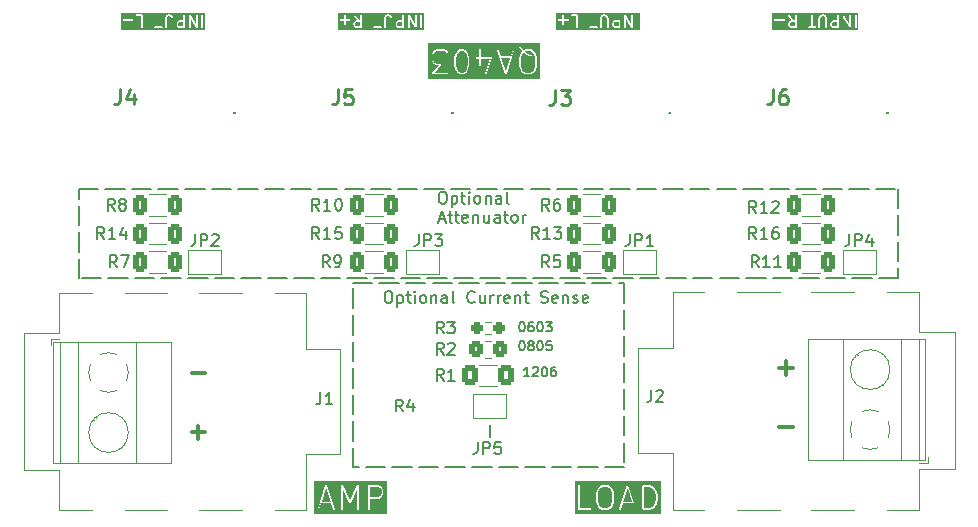
<source format=gto>
G04 #@! TF.GenerationSoftware,KiCad,Pcbnew,7.0.7*
G04 #@! TF.CreationDate,2024-05-07T13:52:07+01:00*
G04 #@! TF.ProjectId,QA403 Impedance Fixture,51413430-3320-4496-9d70-6564616e6365,rev?*
G04 #@! TF.SameCoordinates,Original*
G04 #@! TF.FileFunction,Legend,Top*
G04 #@! TF.FilePolarity,Positive*
%FSLAX46Y46*%
G04 Gerber Fmt 4.6, Leading zero omitted, Abs format (unit mm)*
G04 Created by KiCad (PCBNEW 7.0.7) date 2024-05-07 13:52:07*
%MOMM*%
%LPD*%
G01*
G04 APERTURE LIST*
G04 Aperture macros list*
%AMRoundRect*
0 Rectangle with rounded corners*
0 $1 Rounding radius*
0 $2 $3 $4 $5 $6 $7 $8 $9 X,Y pos of 4 corners*
0 Add a 4 corners polygon primitive as box body*
4,1,4,$2,$3,$4,$5,$6,$7,$8,$9,$2,$3,0*
0 Add four circle primitives for the rounded corners*
1,1,$1+$1,$2,$3*
1,1,$1+$1,$4,$5*
1,1,$1+$1,$6,$7*
1,1,$1+$1,$8,$9*
0 Add four rect primitives between the rounded corners*
20,1,$1+$1,$2,$3,$4,$5,0*
20,1,$1+$1,$4,$5,$6,$7,0*
20,1,$1+$1,$6,$7,$8,$9,0*
20,1,$1+$1,$8,$9,$2,$3,0*%
%AMFreePoly0*
4,1,6,1.000000,0.000000,0.500000,-0.750000,-0.500000,-0.750000,-0.500000,0.750000,0.500000,0.750000,1.000000,0.000000,1.000000,0.000000,$1*%
%AMFreePoly1*
4,1,6,0.500000,-0.750000,-0.650000,-0.750000,-0.150000,0.000000,-0.650000,0.750000,0.500000,0.750000,0.500000,-0.750000,0.500000,-0.750000,$1*%
G04 Aperture macros list end*
%ADD10C,0.150000*%
%ADD11C,0.200000*%
%ADD12C,0.300000*%
%ADD13C,0.254000*%
%ADD14C,0.120000*%
%ADD15C,3.000000*%
%ADD16R,2.600000X2.600000*%
%ADD17C,2.600000*%
%ADD18RoundRect,0.250000X0.312500X0.625000X-0.312500X0.625000X-0.312500X-0.625000X0.312500X-0.625000X0*%
%ADD19RoundRect,0.250000X-0.312500X-0.625000X0.312500X-0.625000X0.312500X0.625000X-0.312500X0.625000X0*%
%ADD20C,2.400000*%
%ADD21O,2.400000X2.400000*%
%ADD22C,1.605000*%
%ADD23C,2.595000*%
%ADD24FreePoly0,0.000000*%
%ADD25FreePoly1,0.000000*%
%ADD26RoundRect,0.237500X-0.250000X-0.237500X0.250000X-0.237500X0.250000X0.237500X-0.250000X0.237500X0*%
%ADD27RoundRect,0.250000X-0.400000X-0.625000X0.400000X-0.625000X0.400000X0.625000X-0.400000X0.625000X0*%
%ADD28RoundRect,0.250000X-0.350000X-0.450000X0.350000X-0.450000X0.350000X0.450000X-0.350000X0.450000X0*%
G04 APERTURE END LIST*
D10*
X78000000Y-40600000D02*
X79650000Y-40600000D01*
X80250000Y-40600000D02*
X81900000Y-40600000D01*
X82500000Y-40600000D02*
X84150000Y-40600000D01*
X84750000Y-40600000D02*
X86400000Y-40600000D01*
X87000000Y-40600000D02*
X88650000Y-40600000D01*
X89250000Y-40600000D02*
X90900000Y-40600000D01*
X91500000Y-40600000D02*
X93150000Y-40600000D01*
X93750000Y-40600000D02*
X95400000Y-40600000D01*
X96000000Y-40600000D02*
X97650000Y-40600000D01*
X98250000Y-40600000D02*
X99900000Y-40600000D01*
X100500000Y-40600000D02*
X102150000Y-40600000D01*
X102750000Y-40600000D02*
X104400000Y-40600000D01*
X105000000Y-40600000D02*
X106650000Y-40600000D01*
X107250000Y-40600000D02*
X108900000Y-40600000D01*
X109500000Y-40600000D02*
X111150000Y-40600000D01*
X111750000Y-40600000D02*
X113400000Y-40600000D01*
X114000000Y-40600000D02*
X115650000Y-40600000D01*
X116250000Y-40600000D02*
X117900000Y-40600000D01*
X118500000Y-40600000D02*
X120150000Y-40600000D01*
X120750000Y-40600000D02*
X122400000Y-40600000D01*
X123000000Y-40600000D02*
X124650000Y-40600000D01*
X125250000Y-40600000D02*
X126900000Y-40600000D01*
X127500000Y-40600000D02*
X129150000Y-40600000D01*
X129750000Y-40600000D02*
X131400000Y-40600000D01*
X132000000Y-40600000D02*
X133650000Y-40600000D01*
X134250000Y-40600000D02*
X135900000Y-40600000D01*
X136500000Y-40600000D02*
X138150000Y-40600000D01*
X138750000Y-40600000D02*
X140400000Y-40600000D01*
X141000000Y-40600000D02*
X142650000Y-40600000D01*
X143250000Y-40600000D02*
X144900000Y-40600000D01*
X145500000Y-40600000D02*
X147150000Y-40600000D01*
X147400000Y-40600000D02*
X147400000Y-42250000D01*
X147400000Y-42850000D02*
X147400000Y-44500000D01*
X147400000Y-45100000D02*
X147400000Y-46750000D01*
X147400000Y-47350000D02*
X147400000Y-48200000D01*
X147400000Y-48200000D02*
X145750000Y-48200000D01*
X145150000Y-48200000D02*
X143500000Y-48200000D01*
X142900000Y-48200000D02*
X141250000Y-48200000D01*
X140650000Y-48200000D02*
X139000000Y-48200000D01*
X138400000Y-48200000D02*
X136750000Y-48200000D01*
X136150000Y-48200000D02*
X134500000Y-48200000D01*
X133900000Y-48200000D02*
X132250000Y-48200000D01*
X131650000Y-48200000D02*
X130000000Y-48200000D01*
X129400000Y-48200000D02*
X127750000Y-48200000D01*
X127150000Y-48200000D02*
X125500000Y-48200000D01*
X124900000Y-48200000D02*
X123250000Y-48200000D01*
X122650000Y-48200000D02*
X121000000Y-48200000D01*
X120400000Y-48200000D02*
X118750000Y-48200000D01*
X118150000Y-48200000D02*
X116500000Y-48200000D01*
X115900000Y-48200000D02*
X114250000Y-48200000D01*
X113650000Y-48200000D02*
X112000000Y-48200000D01*
X111400000Y-48200000D02*
X109750000Y-48200000D01*
X109150000Y-48200000D02*
X107500000Y-48200000D01*
X106900000Y-48200000D02*
X105250000Y-48200000D01*
X104650000Y-48200000D02*
X103000000Y-48200000D01*
X102400000Y-48200000D02*
X100750000Y-48200000D01*
X100150000Y-48200000D02*
X98500000Y-48200000D01*
X97900000Y-48200000D02*
X96250000Y-48200000D01*
X95650000Y-48200000D02*
X94000000Y-48200000D01*
X93400000Y-48200000D02*
X91750000Y-48200000D01*
X91150000Y-48200000D02*
X89500000Y-48200000D01*
X88900000Y-48200000D02*
X87250000Y-48200000D01*
X86650000Y-48200000D02*
X85000000Y-48200000D01*
X84400000Y-48200000D02*
X82750000Y-48200000D01*
X82150000Y-48200000D02*
X80500000Y-48200000D01*
X79900000Y-48200000D02*
X78250000Y-48200000D01*
X78000000Y-48200000D02*
X78000000Y-46550000D01*
X78000000Y-45950000D02*
X78000000Y-44300000D01*
X78000000Y-43700000D02*
X78000000Y-42050000D01*
X78000000Y-41450000D02*
X78000000Y-40600000D01*
D11*
X112800000Y-61600000D02*
X112800000Y-60600000D01*
D10*
X101200000Y-48600000D02*
X102850000Y-48600000D01*
X103450000Y-48600000D02*
X105100000Y-48600000D01*
X105700000Y-48600000D02*
X107350000Y-48600000D01*
X107950000Y-48600000D02*
X109600000Y-48600000D01*
X110200000Y-48600000D02*
X111850000Y-48600000D01*
X112450000Y-48600000D02*
X114100000Y-48600000D01*
X114700000Y-48600000D02*
X116350000Y-48600000D01*
X116950000Y-48600000D02*
X118600000Y-48600000D01*
X119200000Y-48600000D02*
X120850000Y-48600000D01*
X121450000Y-48600000D02*
X123100000Y-48600000D01*
X123700000Y-48600000D02*
X124200000Y-48600000D01*
X124200000Y-48600000D02*
X124200000Y-50250000D01*
X124200000Y-50850000D02*
X124200000Y-52500000D01*
X124200000Y-53100000D02*
X124200000Y-54750000D01*
X124200000Y-55350000D02*
X124200000Y-57000000D01*
X124200000Y-57600000D02*
X124200000Y-59250000D01*
X124200000Y-59850000D02*
X124200000Y-61500000D01*
X124200000Y-62100000D02*
X124200000Y-63750000D01*
X124200000Y-64200000D02*
X122550000Y-64200000D01*
X121950000Y-64200000D02*
X120300000Y-64200000D01*
X119700000Y-64200000D02*
X118050000Y-64200000D01*
X117450000Y-64200000D02*
X115800000Y-64200000D01*
X115200000Y-64200000D02*
X113550000Y-64200000D01*
X112950000Y-64200000D02*
X111300000Y-64200000D01*
X110700000Y-64200000D02*
X109050000Y-64200000D01*
X108450000Y-64200000D02*
X106800000Y-64200000D01*
X106200000Y-64200000D02*
X104550000Y-64200000D01*
X103950000Y-64200000D02*
X102300000Y-64200000D01*
X101700000Y-64200000D02*
X101200000Y-64200000D01*
X101200000Y-64200000D02*
X101200000Y-62550000D01*
X101200000Y-61950000D02*
X101200000Y-60300000D01*
X101200000Y-59700000D02*
X101200000Y-58050000D01*
X101200000Y-57450000D02*
X101200000Y-55800000D01*
X101200000Y-55200000D02*
X101200000Y-53550000D01*
X101200000Y-52950000D02*
X101200000Y-51300000D01*
X101200000Y-50700000D02*
X101200000Y-49050000D01*
G36*
X110675935Y-29009438D02*
G01*
X110753962Y-29087465D01*
X110840074Y-29259690D01*
X110931077Y-29623700D01*
X110931077Y-30081423D01*
X110840074Y-30445433D01*
X110753962Y-30617657D01*
X110675935Y-30695684D01*
X110512182Y-30777561D01*
X110357115Y-30777561D01*
X110193361Y-30695684D01*
X110115335Y-30617657D01*
X110029222Y-30445432D01*
X109938220Y-30081423D01*
X109938220Y-29623700D01*
X110029222Y-29259690D01*
X110115335Y-29087465D01*
X110193361Y-29009438D01*
X110357115Y-28927561D01*
X110512182Y-28927561D01*
X110675935Y-29009438D01*
G37*
G36*
X116390221Y-29009438D02*
G01*
X116557402Y-29176619D01*
X116645363Y-29528462D01*
X116645363Y-30176660D01*
X116557402Y-30528503D01*
X116390222Y-30695683D01*
X116226468Y-30777561D01*
X115880925Y-30777561D01*
X115717171Y-30695684D01*
X115549990Y-30528503D01*
X115462030Y-30176660D01*
X115462030Y-29528462D01*
X115549990Y-29176619D01*
X115672744Y-29053865D01*
X115905425Y-29286547D01*
X115906906Y-29287238D01*
X115924917Y-29300596D01*
X116115395Y-29395834D01*
X116119847Y-29396346D01*
X116123283Y-29399229D01*
X116148935Y-29403752D01*
X116339411Y-29403752D01*
X116387620Y-29386205D01*
X116413272Y-29341776D01*
X116404363Y-29291252D01*
X116365063Y-29258275D01*
X116339411Y-29253752D01*
X116166640Y-29253752D01*
X116002884Y-29171874D01*
X115799356Y-28968346D01*
X115880925Y-28927561D01*
X116226468Y-28927561D01*
X116390221Y-29009438D01*
G37*
G36*
X114148934Y-30615390D02*
G01*
X113776801Y-29498990D01*
X114521068Y-29498990D01*
X114148934Y-30615390D01*
G37*
G36*
X117081077Y-31306991D02*
G01*
X107597744Y-31306991D01*
X107597744Y-29709704D01*
X107883458Y-29709704D01*
X107884991Y-29713917D01*
X107883950Y-29718278D01*
X107891376Y-29743245D01*
X107986614Y-29933721D01*
X107987800Y-29934844D01*
X108000663Y-29953213D01*
X108095901Y-30048452D01*
X108097383Y-30049143D01*
X108115393Y-30062501D01*
X108305869Y-30157739D01*
X108310322Y-30158251D01*
X108313758Y-30161134D01*
X108339410Y-30165657D01*
X108459841Y-30165657D01*
X107902015Y-30803173D01*
X107894708Y-30822024D01*
X107884597Y-30839537D01*
X107885636Y-30845430D01*
X107883474Y-30851009D01*
X107889994Y-30870148D01*
X107893506Y-30890061D01*
X107898089Y-30893906D01*
X107900019Y-30899571D01*
X107917317Y-30910041D01*
X107932806Y-30923038D01*
X107941249Y-30924526D01*
X107943908Y-30926136D01*
X107947349Y-30925602D01*
X107958458Y-30927561D01*
X109196553Y-30927561D01*
X109244762Y-30910014D01*
X109270414Y-30865585D01*
X109261505Y-30815061D01*
X109222205Y-30782084D01*
X109196553Y-30777561D01*
X108123741Y-30777561D01*
X108681568Y-30140045D01*
X108688873Y-30121195D01*
X108698986Y-30103681D01*
X108697946Y-30097786D01*
X108700108Y-30092210D01*
X108699579Y-30090657D01*
X109788220Y-30090657D01*
X109789405Y-30093914D01*
X109790459Y-30108847D01*
X109885697Y-30489799D01*
X109887685Y-30492743D01*
X109891376Y-30505150D01*
X109986614Y-30695626D01*
X109987803Y-30696752D01*
X110000663Y-30715118D01*
X110095901Y-30810356D01*
X110097382Y-30811046D01*
X110115393Y-30824405D01*
X110305869Y-30919643D01*
X110310322Y-30920155D01*
X110313758Y-30923038D01*
X110339410Y-30927561D01*
X110529887Y-30927561D01*
X110534100Y-30926027D01*
X110538461Y-30927069D01*
X110563428Y-30919643D01*
X110753904Y-30824405D01*
X110755030Y-30823215D01*
X110773396Y-30810356D01*
X110868634Y-30715118D01*
X110869324Y-30713636D01*
X110882683Y-30695626D01*
X110977921Y-30505150D01*
X110978327Y-30501621D01*
X110983600Y-30489799D01*
X111078838Y-30108847D01*
X111078477Y-30105398D01*
X111081077Y-30090657D01*
X111081077Y-29614466D01*
X111079891Y-29611208D01*
X111078838Y-29596276D01*
X111056320Y-29506204D01*
X111598883Y-29506204D01*
X111607792Y-29556728D01*
X111647092Y-29589705D01*
X111672744Y-29594228D01*
X111883458Y-29594228D01*
X111883458Y-30185895D01*
X111901005Y-30234104D01*
X111945434Y-30259756D01*
X111995958Y-30250847D01*
X112028935Y-30211547D01*
X112033458Y-30185895D01*
X112033458Y-29594228D01*
X112806782Y-29594228D01*
X112363498Y-30924083D01*
X112364899Y-30975367D01*
X112398936Y-31013752D01*
X112449685Y-31021277D01*
X112493397Y-30994422D01*
X112505800Y-30971517D01*
X112981990Y-29542945D01*
X112981833Y-29537216D01*
X112984700Y-29532252D01*
X112981147Y-29512105D01*
X112980589Y-29491661D01*
X112976786Y-29487372D01*
X112975791Y-29481728D01*
X112960123Y-29468581D01*
X112946552Y-29453276D01*
X112940881Y-29452435D01*
X112936491Y-29448751D01*
X112910839Y-29444228D01*
X112033458Y-29444228D01*
X112033458Y-28852561D01*
X112032712Y-28850512D01*
X113407296Y-28850512D01*
X113411117Y-28876278D01*
X114077784Y-30876278D01*
X114079126Y-30877969D01*
X114079185Y-30880128D01*
X114094934Y-30897889D01*
X114109675Y-30916464D01*
X114111788Y-30916896D01*
X114113222Y-30918513D01*
X114136692Y-30921993D01*
X114159936Y-30926750D01*
X114161835Y-30925721D01*
X114163971Y-30926038D01*
X114184184Y-30913619D01*
X114205050Y-30902321D01*
X114205843Y-30900313D01*
X114207683Y-30899183D01*
X114220086Y-30876278D01*
X114886752Y-28876278D01*
X114885351Y-28824994D01*
X114851314Y-28786609D01*
X114800565Y-28779083D01*
X114756853Y-28805939D01*
X114744450Y-28828844D01*
X114571068Y-29348990D01*
X113726801Y-29348990D01*
X113553419Y-28828844D01*
X113521528Y-28788658D01*
X113471267Y-28778372D01*
X113426153Y-28802801D01*
X113407296Y-28850512D01*
X112032712Y-28850512D01*
X112015911Y-28804352D01*
X111971482Y-28778700D01*
X111920958Y-28787609D01*
X111887981Y-28826909D01*
X111883458Y-28852561D01*
X111883458Y-29444228D01*
X111672744Y-29444228D01*
X111624535Y-29461775D01*
X111598883Y-29506204D01*
X111056320Y-29506204D01*
X110983600Y-29215324D01*
X110981611Y-29212380D01*
X110977921Y-29199973D01*
X110882683Y-29009497D01*
X110881496Y-29008373D01*
X110868634Y-28990005D01*
X110773396Y-28894767D01*
X110771911Y-28894074D01*
X110753904Y-28880718D01*
X110563428Y-28785479D01*
X110558974Y-28784966D01*
X110555539Y-28782084D01*
X110529887Y-28777561D01*
X110339410Y-28777561D01*
X110335196Y-28779094D01*
X110330835Y-28778053D01*
X110305869Y-28785479D01*
X110115393Y-28880718D01*
X110114269Y-28881904D01*
X110095901Y-28894767D01*
X110000663Y-28990005D01*
X109999970Y-28991489D01*
X109986614Y-29009497D01*
X109891376Y-29199973D01*
X109890969Y-29203501D01*
X109885697Y-29215324D01*
X109790459Y-29596276D01*
X109790819Y-29599724D01*
X109788220Y-29614466D01*
X109788220Y-30090657D01*
X108699579Y-30090657D01*
X108693589Y-30073075D01*
X108690077Y-30053157D01*
X108685493Y-30049310D01*
X108683564Y-30043648D01*
X108666269Y-30033179D01*
X108650777Y-30020180D01*
X108642332Y-30018691D01*
X108639674Y-30017082D01*
X108636232Y-30017615D01*
X108625125Y-30015657D01*
X108357115Y-30015657D01*
X108193361Y-29933780D01*
X108115335Y-29855753D01*
X108033458Y-29691998D01*
X108033458Y-29251219D01*
X108115335Y-29087465D01*
X108193361Y-29009438D01*
X108357115Y-28927561D01*
X108893134Y-28927561D01*
X109056887Y-29009438D01*
X109143520Y-29096071D01*
X109190017Y-29117752D01*
X109239571Y-29104475D01*
X109268998Y-29062450D01*
X109264527Y-29011342D01*
X109249586Y-28990005D01*
X109154348Y-28894767D01*
X109152863Y-28894074D01*
X109134856Y-28880718D01*
X108944380Y-28785479D01*
X108939926Y-28784966D01*
X108936491Y-28782084D01*
X108910839Y-28777561D01*
X108339410Y-28777561D01*
X108335196Y-28779094D01*
X108330835Y-28778053D01*
X108305869Y-28785479D01*
X108115393Y-28880718D01*
X108114269Y-28881904D01*
X108095901Y-28894767D01*
X108000663Y-28990005D01*
X107999970Y-28991489D01*
X107986614Y-29009497D01*
X107891376Y-29199973D01*
X107890863Y-29204426D01*
X107887981Y-29207862D01*
X107883458Y-29233514D01*
X107883458Y-29709704D01*
X107597744Y-29709704D01*
X107597744Y-28666579D01*
X115216927Y-28666579D01*
X115237330Y-28713650D01*
X115258251Y-28729167D01*
X115437840Y-28818961D01*
X115566678Y-28947799D01*
X115429235Y-29085243D01*
X115426107Y-29091950D01*
X115420117Y-29096297D01*
X115409507Y-29120086D01*
X115314269Y-29501038D01*
X115314629Y-29504486D01*
X115312030Y-29519228D01*
X115312030Y-30185895D01*
X115313215Y-30189152D01*
X115314269Y-30204085D01*
X115409507Y-30585037D01*
X115413649Y-30591170D01*
X115414295Y-30598543D01*
X115429235Y-30619880D01*
X115619711Y-30810356D01*
X115621192Y-30811046D01*
X115639203Y-30824405D01*
X115829679Y-30919643D01*
X115834132Y-30920155D01*
X115837568Y-30923038D01*
X115863220Y-30927561D01*
X116244173Y-30927561D01*
X116248386Y-30926027D01*
X116252747Y-30927069D01*
X116277714Y-30919643D01*
X116468190Y-30824405D01*
X116469316Y-30823215D01*
X116487682Y-30810356D01*
X116678158Y-30619880D01*
X116681285Y-30613172D01*
X116687276Y-30608826D01*
X116697886Y-30585037D01*
X116793124Y-30204085D01*
X116792763Y-30200636D01*
X116795363Y-30185895D01*
X116795363Y-29519228D01*
X116794177Y-29515970D01*
X116793124Y-29501038D01*
X116697886Y-29120086D01*
X116693744Y-29113953D01*
X116693099Y-29106580D01*
X116678158Y-29085243D01*
X116487682Y-28894767D01*
X116486197Y-28894074D01*
X116468190Y-28880718D01*
X116277714Y-28785479D01*
X116273260Y-28784966D01*
X116269825Y-28782084D01*
X116244173Y-28777561D01*
X115863220Y-28777561D01*
X115859006Y-28779094D01*
X115854645Y-28778053D01*
X115829679Y-28785479D01*
X115687552Y-28856542D01*
X115535301Y-28704290D01*
X115533815Y-28703597D01*
X115515809Y-28690241D01*
X115325333Y-28595003D01*
X115274366Y-28589138D01*
X115231553Y-28617404D01*
X115216927Y-28666579D01*
X107597744Y-28666579D01*
X107597744Y-28303424D01*
X117081077Y-28303424D01*
X117081077Y-31306991D01*
G37*
D11*
X115474435Y-53491695D02*
X115550625Y-53491695D01*
X115550625Y-53491695D02*
X115626816Y-53529790D01*
X115626816Y-53529790D02*
X115664911Y-53567885D01*
X115664911Y-53567885D02*
X115703006Y-53644076D01*
X115703006Y-53644076D02*
X115741101Y-53796457D01*
X115741101Y-53796457D02*
X115741101Y-53986933D01*
X115741101Y-53986933D02*
X115703006Y-54139314D01*
X115703006Y-54139314D02*
X115664911Y-54215504D01*
X115664911Y-54215504D02*
X115626816Y-54253600D01*
X115626816Y-54253600D02*
X115550625Y-54291695D01*
X115550625Y-54291695D02*
X115474435Y-54291695D01*
X115474435Y-54291695D02*
X115398244Y-54253600D01*
X115398244Y-54253600D02*
X115360149Y-54215504D01*
X115360149Y-54215504D02*
X115322054Y-54139314D01*
X115322054Y-54139314D02*
X115283958Y-53986933D01*
X115283958Y-53986933D02*
X115283958Y-53796457D01*
X115283958Y-53796457D02*
X115322054Y-53644076D01*
X115322054Y-53644076D02*
X115360149Y-53567885D01*
X115360149Y-53567885D02*
X115398244Y-53529790D01*
X115398244Y-53529790D02*
X115474435Y-53491695D01*
X116198244Y-53834552D02*
X116122054Y-53796457D01*
X116122054Y-53796457D02*
X116083959Y-53758361D01*
X116083959Y-53758361D02*
X116045863Y-53682171D01*
X116045863Y-53682171D02*
X116045863Y-53644076D01*
X116045863Y-53644076D02*
X116083959Y-53567885D01*
X116083959Y-53567885D02*
X116122054Y-53529790D01*
X116122054Y-53529790D02*
X116198244Y-53491695D01*
X116198244Y-53491695D02*
X116350625Y-53491695D01*
X116350625Y-53491695D02*
X116426816Y-53529790D01*
X116426816Y-53529790D02*
X116464911Y-53567885D01*
X116464911Y-53567885D02*
X116503006Y-53644076D01*
X116503006Y-53644076D02*
X116503006Y-53682171D01*
X116503006Y-53682171D02*
X116464911Y-53758361D01*
X116464911Y-53758361D02*
X116426816Y-53796457D01*
X116426816Y-53796457D02*
X116350625Y-53834552D01*
X116350625Y-53834552D02*
X116198244Y-53834552D01*
X116198244Y-53834552D02*
X116122054Y-53872647D01*
X116122054Y-53872647D02*
X116083959Y-53910742D01*
X116083959Y-53910742D02*
X116045863Y-53986933D01*
X116045863Y-53986933D02*
X116045863Y-54139314D01*
X116045863Y-54139314D02*
X116083959Y-54215504D01*
X116083959Y-54215504D02*
X116122054Y-54253600D01*
X116122054Y-54253600D02*
X116198244Y-54291695D01*
X116198244Y-54291695D02*
X116350625Y-54291695D01*
X116350625Y-54291695D02*
X116426816Y-54253600D01*
X116426816Y-54253600D02*
X116464911Y-54215504D01*
X116464911Y-54215504D02*
X116503006Y-54139314D01*
X116503006Y-54139314D02*
X116503006Y-53986933D01*
X116503006Y-53986933D02*
X116464911Y-53910742D01*
X116464911Y-53910742D02*
X116426816Y-53872647D01*
X116426816Y-53872647D02*
X116350625Y-53834552D01*
X116998245Y-53491695D02*
X117074435Y-53491695D01*
X117074435Y-53491695D02*
X117150626Y-53529790D01*
X117150626Y-53529790D02*
X117188721Y-53567885D01*
X117188721Y-53567885D02*
X117226816Y-53644076D01*
X117226816Y-53644076D02*
X117264911Y-53796457D01*
X117264911Y-53796457D02*
X117264911Y-53986933D01*
X117264911Y-53986933D02*
X117226816Y-54139314D01*
X117226816Y-54139314D02*
X117188721Y-54215504D01*
X117188721Y-54215504D02*
X117150626Y-54253600D01*
X117150626Y-54253600D02*
X117074435Y-54291695D01*
X117074435Y-54291695D02*
X116998245Y-54291695D01*
X116998245Y-54291695D02*
X116922054Y-54253600D01*
X116922054Y-54253600D02*
X116883959Y-54215504D01*
X116883959Y-54215504D02*
X116845864Y-54139314D01*
X116845864Y-54139314D02*
X116807768Y-53986933D01*
X116807768Y-53986933D02*
X116807768Y-53796457D01*
X116807768Y-53796457D02*
X116845864Y-53644076D01*
X116845864Y-53644076D02*
X116883959Y-53567885D01*
X116883959Y-53567885D02*
X116922054Y-53529790D01*
X116922054Y-53529790D02*
X116998245Y-53491695D01*
X117988721Y-53491695D02*
X117607769Y-53491695D01*
X117607769Y-53491695D02*
X117569673Y-53872647D01*
X117569673Y-53872647D02*
X117607769Y-53834552D01*
X117607769Y-53834552D02*
X117683959Y-53796457D01*
X117683959Y-53796457D02*
X117874435Y-53796457D01*
X117874435Y-53796457D02*
X117950626Y-53834552D01*
X117950626Y-53834552D02*
X117988721Y-53872647D01*
X117988721Y-53872647D02*
X118026816Y-53948838D01*
X118026816Y-53948838D02*
X118026816Y-54139314D01*
X118026816Y-54139314D02*
X117988721Y-54215504D01*
X117988721Y-54215504D02*
X117950626Y-54253600D01*
X117950626Y-54253600D02*
X117874435Y-54291695D01*
X117874435Y-54291695D02*
X117683959Y-54291695D01*
X117683959Y-54291695D02*
X117607769Y-54253600D01*
X117607769Y-54253600D02*
X117569673Y-54215504D01*
D10*
G36*
X99327960Y-67101009D02*
G01*
X98583693Y-67101009D01*
X98955826Y-65984608D01*
X99327960Y-67101009D01*
G37*
G36*
X103482828Y-65904315D02*
G01*
X103560853Y-65982340D01*
X103642731Y-66146095D01*
X103642731Y-66396398D01*
X103560853Y-66560153D01*
X103482827Y-66638180D01*
X103319074Y-66720057D01*
X102649874Y-66720057D01*
X102649874Y-65822438D01*
X103319074Y-65822438D01*
X103482828Y-65904315D01*
G37*
G36*
X104078445Y-68107341D02*
G01*
X97932295Y-68107341D01*
X97932295Y-67723721D01*
X98218009Y-67723721D01*
X98219410Y-67775005D01*
X98253447Y-67813390D01*
X98304196Y-67820915D01*
X98347908Y-67794060D01*
X98360311Y-67771155D01*
X98533693Y-67251009D01*
X99377960Y-67251009D01*
X99551342Y-67771155D01*
X99583233Y-67811341D01*
X99633494Y-67821627D01*
X99678608Y-67797198D01*
X99697465Y-67749487D01*
X99697161Y-67747438D01*
X100214160Y-67747438D01*
X100231707Y-67795647D01*
X100276136Y-67821299D01*
X100326660Y-67812390D01*
X100359637Y-67773090D01*
X100364160Y-67747438D01*
X100364160Y-66085505D01*
X100887863Y-67207726D01*
X100901629Y-67221484D01*
X100912790Y-67237433D01*
X100919349Y-67239192D01*
X100924151Y-67243991D01*
X100943538Y-67245681D01*
X100962342Y-67250726D01*
X100968496Y-67247858D01*
X100975260Y-67248448D01*
X100991200Y-67237279D01*
X101008844Y-67229058D01*
X101014543Y-67220923D01*
X101017276Y-67219009D01*
X101018135Y-67215796D01*
X101023791Y-67207725D01*
X101547493Y-66085506D01*
X101547493Y-67747438D01*
X101565040Y-67795647D01*
X101609469Y-67821299D01*
X101659993Y-67812390D01*
X101692970Y-67773090D01*
X101697493Y-67747438D01*
X102499874Y-67747438D01*
X102517421Y-67795647D01*
X102561850Y-67821299D01*
X102612374Y-67812390D01*
X102645351Y-67773090D01*
X102649874Y-67747438D01*
X102649874Y-66870057D01*
X103336779Y-66870057D01*
X103340992Y-66868523D01*
X103345353Y-66869565D01*
X103370320Y-66862139D01*
X103560796Y-66766901D01*
X103561922Y-66765711D01*
X103580288Y-66752852D01*
X103675527Y-66657612D01*
X103676218Y-66656129D01*
X103689575Y-66638121D01*
X103784813Y-66447645D01*
X103785325Y-66443191D01*
X103788208Y-66439756D01*
X103792731Y-66414104D01*
X103792731Y-66128390D01*
X103791197Y-66124178D01*
X103792240Y-66119816D01*
X103784813Y-66094849D01*
X103689575Y-65904373D01*
X103688388Y-65903249D01*
X103675526Y-65884881D01*
X103580288Y-65789643D01*
X103578803Y-65788950D01*
X103560796Y-65775594D01*
X103370320Y-65680356D01*
X103365866Y-65679843D01*
X103362431Y-65676961D01*
X103336779Y-65672438D01*
X102574874Y-65672438D01*
X102556565Y-65679101D01*
X102537374Y-65682486D01*
X102533023Y-65687670D01*
X102526665Y-65689985D01*
X102516922Y-65706858D01*
X102504397Y-65721786D01*
X102502679Y-65731528D01*
X102501013Y-65734414D01*
X102501591Y-65737696D01*
X102499874Y-65747438D01*
X102499874Y-67747438D01*
X101697493Y-67747438D01*
X101697493Y-65747438D01*
X101694067Y-65738025D01*
X101694943Y-65728048D01*
X101685549Y-65714623D01*
X101679946Y-65699229D01*
X101671273Y-65694221D01*
X101665530Y-65686014D01*
X101649706Y-65681769D01*
X101635517Y-65673577D01*
X101625650Y-65675316D01*
X101615978Y-65672722D01*
X101601128Y-65679640D01*
X101584993Y-65682486D01*
X101578554Y-65690158D01*
X101569476Y-65694389D01*
X101554529Y-65715722D01*
X100955826Y-66998655D01*
X100357124Y-65715722D01*
X100350038Y-65708641D01*
X100346613Y-65699229D01*
X100332423Y-65691036D01*
X100320836Y-65679456D01*
X100310859Y-65678585D01*
X100302184Y-65673577D01*
X100286048Y-65676422D01*
X100269727Y-65674999D01*
X100261523Y-65680746D01*
X100251660Y-65682486D01*
X100241128Y-65695036D01*
X100227711Y-65704438D01*
X100225121Y-65714112D01*
X100218683Y-65721786D01*
X100214160Y-65747438D01*
X100214160Y-67747438D01*
X99697161Y-67747438D01*
X99693644Y-67723721D01*
X99026977Y-65723721D01*
X99025634Y-65722029D01*
X99025576Y-65719871D01*
X99009826Y-65702109D01*
X98995086Y-65683535D01*
X98992972Y-65683102D01*
X98991539Y-65681486D01*
X98968060Y-65678004D01*
X98944825Y-65673249D01*
X98942926Y-65674276D01*
X98940790Y-65673960D01*
X98920568Y-65686383D01*
X98899711Y-65697678D01*
X98898917Y-65699685D01*
X98897078Y-65700816D01*
X98884675Y-65723721D01*
X98218009Y-67723721D01*
X97932295Y-67723721D01*
X97932295Y-65386724D01*
X104078445Y-65386724D01*
X104078445Y-68107341D01*
G37*
G36*
X122901875Y-65904314D02*
G01*
X123069056Y-66071495D01*
X123157017Y-66423337D01*
X123157017Y-67071536D01*
X123069056Y-67423379D01*
X122901875Y-67590561D01*
X122738122Y-67672438D01*
X122392579Y-67672438D01*
X122228825Y-67590561D01*
X122061644Y-67423379D01*
X121973684Y-67071536D01*
X121973684Y-66423337D01*
X122061644Y-66071495D01*
X122228825Y-65904314D01*
X122392579Y-65822438D01*
X122738122Y-65822438D01*
X122901875Y-65904314D01*
G37*
G36*
X126524837Y-65908228D02*
G01*
X126694188Y-66077579D01*
X126780300Y-66249803D01*
X126871303Y-66613814D01*
X126871303Y-66881060D01*
X126780300Y-67245071D01*
X126694187Y-67417296D01*
X126524836Y-67586648D01*
X126267466Y-67672438D01*
X125878446Y-67672438D01*
X125878446Y-65822438D01*
X126267466Y-65822438D01*
X126524837Y-65908228D01*
G37*
G36*
X124842246Y-67101009D02*
G01*
X124097979Y-67101009D01*
X124470112Y-65984608D01*
X124842246Y-67101009D01*
G37*
G36*
X127307017Y-68108152D02*
G01*
X120014160Y-68108152D01*
X120014160Y-67747438D01*
X120299874Y-67747438D01*
X120306537Y-67765746D01*
X120309922Y-67784938D01*
X120315106Y-67789288D01*
X120317421Y-67795647D01*
X120334294Y-67805389D01*
X120349222Y-67817915D01*
X120358964Y-67819632D01*
X120361850Y-67821299D01*
X120365132Y-67820720D01*
X120374874Y-67822438D01*
X121327255Y-67822438D01*
X121375464Y-67804891D01*
X121401116Y-67760462D01*
X121392207Y-67709938D01*
X121352907Y-67676961D01*
X121327255Y-67672438D01*
X120449874Y-67672438D01*
X120449874Y-67080771D01*
X121823684Y-67080771D01*
X121824869Y-67084028D01*
X121825923Y-67098961D01*
X121921161Y-67479913D01*
X121925303Y-67486045D01*
X121925948Y-67493419D01*
X121940889Y-67514756D01*
X122131365Y-67705233D01*
X122132846Y-67705924D01*
X122150857Y-67719282D01*
X122341333Y-67814520D01*
X122345786Y-67815032D01*
X122349222Y-67817915D01*
X122374874Y-67822438D01*
X122755827Y-67822438D01*
X122760040Y-67820904D01*
X122764401Y-67821946D01*
X122789368Y-67814520D01*
X122970966Y-67723721D01*
X123732295Y-67723721D01*
X123733696Y-67775005D01*
X123767733Y-67813390D01*
X123818482Y-67820915D01*
X123862194Y-67794060D01*
X123874597Y-67771155D01*
X124047979Y-67251009D01*
X124892246Y-67251009D01*
X125065628Y-67771155D01*
X125097519Y-67811341D01*
X125147780Y-67821627D01*
X125192894Y-67797198D01*
X125211751Y-67749487D01*
X125211447Y-67747438D01*
X125728446Y-67747438D01*
X125735109Y-67765746D01*
X125738494Y-67784938D01*
X125743678Y-67789288D01*
X125745993Y-67795647D01*
X125762866Y-67805389D01*
X125777794Y-67817915D01*
X125787536Y-67819632D01*
X125790422Y-67821299D01*
X125793704Y-67820720D01*
X125803446Y-67822438D01*
X126279636Y-67822438D01*
X126281174Y-67821877D01*
X126303353Y-67818589D01*
X126589068Y-67723351D01*
X126592580Y-67720563D01*
X126597047Y-67720173D01*
X126618384Y-67705233D01*
X126808860Y-67514756D01*
X126809551Y-67513274D01*
X126822909Y-67495264D01*
X126918147Y-67304788D01*
X126918553Y-67301259D01*
X126923826Y-67289437D01*
X127019064Y-66908485D01*
X127018703Y-66905036D01*
X127021303Y-66890295D01*
X127021303Y-66604580D01*
X127020117Y-66601322D01*
X127019064Y-66586390D01*
X126923826Y-66205438D01*
X126921837Y-66202494D01*
X126918147Y-66190087D01*
X126822909Y-65999611D01*
X126821722Y-65998487D01*
X126808860Y-65980119D01*
X126618384Y-65789643D01*
X126614320Y-65787748D01*
X126611973Y-65783927D01*
X126589068Y-65771525D01*
X126303353Y-65676287D01*
X126301718Y-65676331D01*
X126279636Y-65672438D01*
X125803446Y-65672438D01*
X125785137Y-65679101D01*
X125765946Y-65682486D01*
X125761595Y-65687670D01*
X125755237Y-65689985D01*
X125745494Y-65706858D01*
X125732969Y-65721786D01*
X125731251Y-65731528D01*
X125729585Y-65734414D01*
X125730163Y-65737696D01*
X125728446Y-65747438D01*
X125728446Y-67747438D01*
X125211447Y-67747438D01*
X125207930Y-67723721D01*
X124541263Y-65723721D01*
X124539920Y-65722029D01*
X124539862Y-65719871D01*
X124524112Y-65702109D01*
X124509372Y-65683535D01*
X124507258Y-65683102D01*
X124505825Y-65681486D01*
X124482346Y-65678004D01*
X124459111Y-65673249D01*
X124457212Y-65674276D01*
X124455076Y-65673960D01*
X124434854Y-65686383D01*
X124413997Y-65697678D01*
X124413203Y-65699685D01*
X124411364Y-65700816D01*
X124398961Y-65723721D01*
X123732295Y-67723721D01*
X122970966Y-67723721D01*
X122979844Y-67719282D01*
X122980970Y-67718092D01*
X122999336Y-67705233D01*
X123189812Y-67514756D01*
X123192939Y-67508048D01*
X123198930Y-67503702D01*
X123209540Y-67479913D01*
X123304778Y-67098961D01*
X123304417Y-67095512D01*
X123307017Y-67080771D01*
X123307017Y-66414104D01*
X123305831Y-66410846D01*
X123304778Y-66395914D01*
X123209540Y-66014962D01*
X123205398Y-66008829D01*
X123204753Y-66001456D01*
X123189812Y-65980119D01*
X122999336Y-65789643D01*
X122997851Y-65788950D01*
X122979844Y-65775594D01*
X122789368Y-65680356D01*
X122784914Y-65679843D01*
X122781479Y-65676961D01*
X122755827Y-65672438D01*
X122374874Y-65672438D01*
X122370662Y-65673971D01*
X122366300Y-65672929D01*
X122341333Y-65680356D01*
X122150857Y-65775594D01*
X122149733Y-65776780D01*
X122131365Y-65789643D01*
X121940889Y-65980119D01*
X121937761Y-65986826D01*
X121931771Y-65991173D01*
X121921161Y-66014962D01*
X121825923Y-66395914D01*
X121826283Y-66399362D01*
X121823684Y-66414104D01*
X121823684Y-67080771D01*
X120449874Y-67080771D01*
X120449874Y-65747438D01*
X120432327Y-65699229D01*
X120387898Y-65673577D01*
X120337374Y-65682486D01*
X120304397Y-65721786D01*
X120299874Y-65747438D01*
X120299874Y-67747438D01*
X120014160Y-67747438D01*
X120014160Y-65386724D01*
X127307017Y-65386724D01*
X127307017Y-68108152D01*
G37*
D12*
X138445489Y-55770600D02*
X137302632Y-55770600D01*
X137874060Y-55199171D02*
X137874060Y-56342028D01*
D10*
G36*
X101830442Y-26855180D02*
G01*
X101542195Y-26855180D01*
X101473679Y-26820922D01*
X101443272Y-26790514D01*
X101409014Y-26721999D01*
X101409014Y-26614551D01*
X101443272Y-26546035D01*
X101473678Y-26515629D01*
X101542195Y-26481371D01*
X101830442Y-26481371D01*
X101830442Y-26855180D01*
G37*
G36*
X105401871Y-26855180D02*
G01*
X105113624Y-26855180D01*
X105045107Y-26820921D01*
X105014700Y-26790514D01*
X104980443Y-26721999D01*
X104980443Y-26614552D01*
X105014700Y-26546036D01*
X105045108Y-26515628D01*
X105113624Y-26481371D01*
X105401871Y-26481371D01*
X105401871Y-26855180D01*
G37*
G36*
X107218537Y-27148037D02*
G01*
X99926820Y-27148037D01*
X99926820Y-26298109D01*
X100069677Y-26298109D01*
X100078586Y-26348633D01*
X100117886Y-26381610D01*
X100143538Y-26386133D01*
X100449490Y-26386133D01*
X100449490Y-26692085D01*
X100467037Y-26740294D01*
X100511466Y-26765946D01*
X100561990Y-26757037D01*
X100576534Y-26739704D01*
X101259014Y-26739704D01*
X101260547Y-26743917D01*
X101259506Y-26748278D01*
X101266932Y-26773245D01*
X101314551Y-26868483D01*
X101315740Y-26869608D01*
X101328600Y-26887975D01*
X101376219Y-26935594D01*
X101377700Y-26936285D01*
X101395711Y-26949643D01*
X101490949Y-26997262D01*
X101495402Y-26997774D01*
X101498838Y-27000657D01*
X101524490Y-27005180D01*
X101905442Y-27005180D01*
X101923750Y-26998516D01*
X101942942Y-26995132D01*
X101947292Y-26989947D01*
X101953651Y-26987633D01*
X101963393Y-26970759D01*
X101975919Y-26955832D01*
X101977636Y-26946089D01*
X101979303Y-26943204D01*
X101978724Y-26939921D01*
X101980442Y-26930180D01*
X101980442Y-26917156D01*
X102926820Y-26917156D01*
X102935729Y-26967680D01*
X102975029Y-27000657D01*
X103000681Y-27005180D01*
X103572109Y-27005180D01*
X103620318Y-26987633D01*
X103645970Y-26943204D01*
X103643673Y-26930180D01*
X103830443Y-26930180D01*
X103847990Y-26978389D01*
X103892419Y-27004041D01*
X103942943Y-26995132D01*
X103975920Y-26955832D01*
X103980443Y-26930180D01*
X103980443Y-26138362D01*
X104014701Y-26069845D01*
X104045107Y-26039439D01*
X104113625Y-26005180D01*
X104268689Y-26005180D01*
X104337205Y-26039438D01*
X104367613Y-26069845D01*
X104401871Y-26138361D01*
X104401871Y-26930180D01*
X104419418Y-26978389D01*
X104463847Y-27004041D01*
X104514371Y-26995132D01*
X104547348Y-26955832D01*
X104551871Y-26930180D01*
X104551871Y-26739704D01*
X104830443Y-26739704D01*
X104831976Y-26743917D01*
X104830935Y-26748278D01*
X104838361Y-26773245D01*
X104885980Y-26868483D01*
X104887169Y-26869608D01*
X104900029Y-26887975D01*
X104947648Y-26935594D01*
X104949129Y-26936285D01*
X104967140Y-26949643D01*
X105062378Y-26997262D01*
X105066831Y-26997774D01*
X105070267Y-27000657D01*
X105095919Y-27005180D01*
X105476871Y-27005180D01*
X105495179Y-26998516D01*
X105514371Y-26995132D01*
X105518721Y-26989947D01*
X105525080Y-26987633D01*
X105534822Y-26970759D01*
X105547348Y-26955832D01*
X105549065Y-26946089D01*
X105550732Y-26943204D01*
X105550153Y-26939921D01*
X105551871Y-26930180D01*
X105878062Y-26930180D01*
X105895609Y-26978389D01*
X105940038Y-27004041D01*
X105990562Y-26995132D01*
X106023539Y-26955832D01*
X106028062Y-26930180D01*
X106028062Y-26212596D01*
X106459372Y-26967391D01*
X106464665Y-26971872D01*
X106467037Y-26978389D01*
X106483774Y-26988052D01*
X106498525Y-27000542D01*
X106505459Y-27000572D01*
X106511466Y-27004041D01*
X106530499Y-27000684D01*
X106549827Y-27000771D01*
X106555160Y-26996336D01*
X106561990Y-26995132D01*
X106574414Y-26980325D01*
X106589274Y-26967969D01*
X106590508Y-26961145D01*
X106594967Y-26955832D01*
X106599490Y-26930180D01*
X106925680Y-26930180D01*
X106943227Y-26978389D01*
X106987656Y-27004041D01*
X107038180Y-26995132D01*
X107071157Y-26955832D01*
X107075680Y-26930180D01*
X107075680Y-25930180D01*
X107058133Y-25881971D01*
X107013704Y-25856319D01*
X106963180Y-25865228D01*
X106930203Y-25904528D01*
X106925680Y-25930180D01*
X106925680Y-26930180D01*
X106599490Y-26930180D01*
X106599490Y-25930180D01*
X106581943Y-25881971D01*
X106537514Y-25856319D01*
X106486990Y-25865228D01*
X106454013Y-25904528D01*
X106449490Y-25930180D01*
X106449490Y-26647763D01*
X106018180Y-25892970D01*
X106012887Y-25888488D01*
X106010515Y-25881971D01*
X105993775Y-25872306D01*
X105979027Y-25859818D01*
X105972092Y-25859787D01*
X105966086Y-25856319D01*
X105947052Y-25859675D01*
X105927725Y-25859589D01*
X105922391Y-25864023D01*
X105915562Y-25865228D01*
X105903137Y-25880034D01*
X105888278Y-25892391D01*
X105887043Y-25899214D01*
X105882585Y-25904528D01*
X105878062Y-25930180D01*
X105878062Y-26930180D01*
X105551871Y-26930180D01*
X105551871Y-25930180D01*
X105534324Y-25881971D01*
X105489895Y-25856319D01*
X105439371Y-25865228D01*
X105406394Y-25904528D01*
X105401871Y-25930180D01*
X105401871Y-26331371D01*
X105095919Y-26331371D01*
X105091705Y-26332904D01*
X105087344Y-26331863D01*
X105062378Y-26339289D01*
X104967140Y-26386908D01*
X104966014Y-26388097D01*
X104947648Y-26400957D01*
X104900029Y-26448576D01*
X104899338Y-26450057D01*
X104885980Y-26468068D01*
X104838361Y-26563306D01*
X104837848Y-26567759D01*
X104834966Y-26571195D01*
X104830443Y-26596847D01*
X104830443Y-26739704D01*
X104551871Y-26739704D01*
X104551871Y-26120657D01*
X104550337Y-26116443D01*
X104551379Y-26112082D01*
X104543953Y-26087116D01*
X104496334Y-25991878D01*
X104495144Y-25990752D01*
X104482285Y-25972386D01*
X104434666Y-25924767D01*
X104433183Y-25924075D01*
X104415175Y-25910718D01*
X104319937Y-25863098D01*
X104315482Y-25862585D01*
X104312047Y-25859703D01*
X104286395Y-25855180D01*
X104095919Y-25855180D01*
X104091705Y-25856713D01*
X104087344Y-25855672D01*
X104062378Y-25863098D01*
X103967139Y-25910718D01*
X103966011Y-25911909D01*
X103947648Y-25924767D01*
X103900029Y-25972386D01*
X103899338Y-25973867D01*
X103885980Y-25991878D01*
X103838361Y-26087116D01*
X103837848Y-26091569D01*
X103834966Y-26095005D01*
X103830443Y-26120657D01*
X103830443Y-26930180D01*
X103643673Y-26930180D01*
X103637061Y-26892680D01*
X103597761Y-26859703D01*
X103572109Y-26855180D01*
X103361395Y-26855180D01*
X103361395Y-25930180D01*
X103343848Y-25881971D01*
X103299419Y-25856319D01*
X103248895Y-25865228D01*
X103215918Y-25904528D01*
X103211395Y-25930180D01*
X103211395Y-26855180D01*
X103000681Y-26855180D01*
X102952472Y-26872727D01*
X102926820Y-26917156D01*
X101980442Y-26917156D01*
X101980442Y-25930180D01*
X101962895Y-25881971D01*
X101918466Y-25856319D01*
X101867942Y-25865228D01*
X101834965Y-25904528D01*
X101830442Y-25930180D01*
X101830442Y-26331371D01*
X101706396Y-26331371D01*
X101395456Y-25887170D01*
X101353435Y-25857739D01*
X101302327Y-25862202D01*
X101266045Y-25898474D01*
X101261567Y-25949581D01*
X101272572Y-25973190D01*
X101523540Y-26331716D01*
X101520276Y-26332904D01*
X101515915Y-26331863D01*
X101490949Y-26339289D01*
X101395711Y-26386908D01*
X101394585Y-26388097D01*
X101376219Y-26400957D01*
X101328600Y-26448576D01*
X101327909Y-26450057D01*
X101314551Y-26468068D01*
X101266932Y-26563306D01*
X101266419Y-26567759D01*
X101263537Y-26571195D01*
X101259014Y-26596847D01*
X101259014Y-26739704D01*
X100576534Y-26739704D01*
X100594967Y-26717737D01*
X100599490Y-26692085D01*
X100599490Y-26386133D01*
X100905442Y-26386133D01*
X100953651Y-26368586D01*
X100979303Y-26324157D01*
X100970394Y-26273633D01*
X100931094Y-26240656D01*
X100905442Y-26236133D01*
X100599490Y-26236133D01*
X100599490Y-25930180D01*
X100581943Y-25881971D01*
X100537514Y-25856319D01*
X100486990Y-25865228D01*
X100454013Y-25904528D01*
X100449490Y-25930180D01*
X100449490Y-26236133D01*
X100143538Y-26236133D01*
X100095329Y-26253680D01*
X100069677Y-26298109D01*
X99926820Y-26298109D01*
X99926820Y-25712323D01*
X107218537Y-25712323D01*
X107218537Y-27148037D01*
G37*
G36*
X123706236Y-26855180D02*
G01*
X123417989Y-26855180D01*
X123349473Y-26820921D01*
X123319066Y-26790514D01*
X123284808Y-26721999D01*
X123284808Y-26614552D01*
X123319066Y-26546035D01*
X123349473Y-26515628D01*
X123417989Y-26481371D01*
X123706236Y-26481371D01*
X123706236Y-26855180D01*
G37*
G36*
X125522902Y-27148037D02*
G01*
X118421661Y-27148037D01*
X118421661Y-26298109D01*
X118564518Y-26298109D01*
X118573427Y-26348633D01*
X118612727Y-26381610D01*
X118638379Y-26386133D01*
X118944331Y-26386133D01*
X118944331Y-26692085D01*
X118961878Y-26740294D01*
X119006307Y-26765946D01*
X119056831Y-26757037D01*
X119089808Y-26717737D01*
X119094331Y-26692085D01*
X119094331Y-26386133D01*
X119400283Y-26386133D01*
X119448492Y-26368586D01*
X119474144Y-26324157D01*
X119465235Y-26273633D01*
X119425935Y-26240656D01*
X119400283Y-26236133D01*
X119094331Y-26236133D01*
X119094331Y-25930180D01*
X119089591Y-25917156D01*
X119659756Y-25917156D01*
X119668665Y-25967680D01*
X119707965Y-26000657D01*
X119733617Y-26005180D01*
X120134807Y-26005180D01*
X120134807Y-26930180D01*
X120152354Y-26978389D01*
X120196783Y-27004041D01*
X120247307Y-26995132D01*
X120280284Y-26955832D01*
X120284807Y-26930180D01*
X120284807Y-26917156D01*
X121231185Y-26917156D01*
X121240094Y-26967680D01*
X121279394Y-27000657D01*
X121305046Y-27005180D01*
X121876474Y-27005180D01*
X121924683Y-26987633D01*
X121950335Y-26943204D01*
X121948038Y-26930180D01*
X122134808Y-26930180D01*
X122152355Y-26978389D01*
X122196784Y-27004041D01*
X122247308Y-26995132D01*
X122280285Y-26955832D01*
X122284808Y-26930180D01*
X122284808Y-26138361D01*
X122319066Y-26069845D01*
X122349472Y-26039439D01*
X122417990Y-26005180D01*
X122573054Y-26005180D01*
X122641570Y-26039438D01*
X122671978Y-26069845D01*
X122706236Y-26138361D01*
X122706236Y-26930180D01*
X122723783Y-26978389D01*
X122768212Y-27004041D01*
X122818736Y-26995132D01*
X122851713Y-26955832D01*
X122856236Y-26930180D01*
X122856236Y-26739704D01*
X123134808Y-26739704D01*
X123136341Y-26743917D01*
X123135300Y-26748278D01*
X123142726Y-26773245D01*
X123190345Y-26868483D01*
X123191534Y-26869608D01*
X123204394Y-26887975D01*
X123252013Y-26935594D01*
X123253494Y-26936285D01*
X123271505Y-26949643D01*
X123366743Y-26997262D01*
X123371196Y-26997774D01*
X123374632Y-27000657D01*
X123400284Y-27005180D01*
X123781236Y-27005180D01*
X123799544Y-26998516D01*
X123818736Y-26995132D01*
X123823086Y-26989947D01*
X123829445Y-26987633D01*
X123839187Y-26970759D01*
X123851713Y-26955832D01*
X123853430Y-26946089D01*
X123855097Y-26943204D01*
X123854518Y-26939921D01*
X123856236Y-26930180D01*
X124182427Y-26930180D01*
X124199974Y-26978389D01*
X124244403Y-27004041D01*
X124294927Y-26995132D01*
X124327904Y-26955832D01*
X124332427Y-26930180D01*
X124332427Y-26212596D01*
X124763737Y-26967391D01*
X124769030Y-26971872D01*
X124771402Y-26978389D01*
X124788139Y-26988052D01*
X124802890Y-27000542D01*
X124809824Y-27000572D01*
X124815831Y-27004041D01*
X124834864Y-27000684D01*
X124854192Y-27000771D01*
X124859525Y-26996336D01*
X124866355Y-26995132D01*
X124878779Y-26980325D01*
X124893639Y-26967969D01*
X124894873Y-26961145D01*
X124899332Y-26955832D01*
X124903855Y-26930180D01*
X125230045Y-26930180D01*
X125247592Y-26978389D01*
X125292021Y-27004041D01*
X125342545Y-26995132D01*
X125375522Y-26955832D01*
X125380045Y-26930180D01*
X125380045Y-25930180D01*
X125362498Y-25881971D01*
X125318069Y-25856319D01*
X125267545Y-25865228D01*
X125234568Y-25904528D01*
X125230045Y-25930180D01*
X125230045Y-26930180D01*
X124903855Y-26930180D01*
X124903855Y-25930180D01*
X124886308Y-25881971D01*
X124841879Y-25856319D01*
X124791355Y-25865228D01*
X124758378Y-25904528D01*
X124753855Y-25930180D01*
X124753855Y-26647763D01*
X124322545Y-25892970D01*
X124317252Y-25888488D01*
X124314880Y-25881971D01*
X124298140Y-25872306D01*
X124283392Y-25859818D01*
X124276457Y-25859787D01*
X124270451Y-25856319D01*
X124251417Y-25859675D01*
X124232090Y-25859589D01*
X124226756Y-25864023D01*
X124219927Y-25865228D01*
X124207502Y-25880034D01*
X124192643Y-25892391D01*
X124191408Y-25899214D01*
X124186950Y-25904528D01*
X124182427Y-25930180D01*
X124182427Y-26930180D01*
X123856236Y-26930180D01*
X123856236Y-25930180D01*
X123838689Y-25881971D01*
X123794260Y-25856319D01*
X123743736Y-25865228D01*
X123710759Y-25904528D01*
X123706236Y-25930180D01*
X123706236Y-26331371D01*
X123400284Y-26331371D01*
X123396070Y-26332904D01*
X123391709Y-26331863D01*
X123366743Y-26339289D01*
X123271505Y-26386908D01*
X123270379Y-26388097D01*
X123252013Y-26400957D01*
X123204394Y-26448576D01*
X123203703Y-26450057D01*
X123190345Y-26468068D01*
X123142726Y-26563306D01*
X123142213Y-26567759D01*
X123139331Y-26571195D01*
X123134808Y-26596847D01*
X123134808Y-26739704D01*
X122856236Y-26739704D01*
X122856236Y-26120657D01*
X122854702Y-26116443D01*
X122855744Y-26112082D01*
X122848318Y-26087116D01*
X122800699Y-25991878D01*
X122799509Y-25990752D01*
X122786650Y-25972386D01*
X122739031Y-25924767D01*
X122737548Y-25924075D01*
X122719540Y-25910718D01*
X122624302Y-25863098D01*
X122619847Y-25862585D01*
X122616412Y-25859703D01*
X122590760Y-25855180D01*
X122400284Y-25855180D01*
X122396070Y-25856713D01*
X122391709Y-25855672D01*
X122366743Y-25863098D01*
X122271504Y-25910718D01*
X122270376Y-25911909D01*
X122252013Y-25924767D01*
X122204394Y-25972386D01*
X122203703Y-25973867D01*
X122190345Y-25991878D01*
X122142726Y-26087116D01*
X122142213Y-26091569D01*
X122139331Y-26095005D01*
X122134808Y-26120657D01*
X122134808Y-26930180D01*
X121948038Y-26930180D01*
X121941426Y-26892680D01*
X121902126Y-26859703D01*
X121876474Y-26855180D01*
X121665760Y-26855180D01*
X121665760Y-25930180D01*
X121648213Y-25881971D01*
X121603784Y-25856319D01*
X121553260Y-25865228D01*
X121520283Y-25904528D01*
X121515760Y-25930180D01*
X121515760Y-26855180D01*
X121305046Y-26855180D01*
X121256837Y-26872727D01*
X121231185Y-26917156D01*
X120284807Y-26917156D01*
X120284807Y-25930180D01*
X120278143Y-25911871D01*
X120274759Y-25892680D01*
X120269574Y-25888329D01*
X120267260Y-25881971D01*
X120250386Y-25872228D01*
X120235459Y-25859703D01*
X120225716Y-25857985D01*
X120222831Y-25856319D01*
X120219548Y-25856897D01*
X120209807Y-25855180D01*
X119733617Y-25855180D01*
X119685408Y-25872727D01*
X119659756Y-25917156D01*
X119089591Y-25917156D01*
X119076784Y-25881971D01*
X119032355Y-25856319D01*
X118981831Y-25865228D01*
X118948854Y-25904528D01*
X118944331Y-25930180D01*
X118944331Y-26236133D01*
X118638379Y-26236133D01*
X118590170Y-26253680D01*
X118564518Y-26298109D01*
X118421661Y-26298109D01*
X118421661Y-25712323D01*
X125522902Y-25712323D01*
X125522902Y-27148037D01*
G37*
D12*
X87554510Y-61229400D02*
X88697368Y-61229400D01*
X88125939Y-61800828D02*
X88125939Y-60657971D01*
D10*
G36*
X86860840Y-26855180D02*
G01*
X86572593Y-26855180D01*
X86504077Y-26820922D01*
X86473670Y-26790515D01*
X86439411Y-26721998D01*
X86439411Y-26614552D01*
X86473670Y-26546035D01*
X86504077Y-26515628D01*
X86572593Y-26481371D01*
X86860840Y-26481371D01*
X86860840Y-26855180D01*
G37*
G36*
X88677506Y-27148037D02*
G01*
X81576265Y-27148037D01*
X81576265Y-26298109D01*
X81719122Y-26298109D01*
X81728031Y-26348633D01*
X81767331Y-26381610D01*
X81792983Y-26386133D01*
X82554887Y-26386133D01*
X82603096Y-26368586D01*
X82628748Y-26324157D01*
X82619839Y-26273633D01*
X82580539Y-26240656D01*
X82554887Y-26236133D01*
X81792983Y-26236133D01*
X81744774Y-26253680D01*
X81719122Y-26298109D01*
X81576265Y-26298109D01*
X81576265Y-25917156D01*
X82814360Y-25917156D01*
X82823269Y-25967680D01*
X82862569Y-26000657D01*
X82888221Y-26005180D01*
X83289411Y-26005180D01*
X83289411Y-26930180D01*
X83306958Y-26978389D01*
X83351387Y-27004041D01*
X83401911Y-26995132D01*
X83434888Y-26955832D01*
X83439411Y-26930180D01*
X83439411Y-26917156D01*
X84385789Y-26917156D01*
X84394698Y-26967680D01*
X84433998Y-27000657D01*
X84459650Y-27005180D01*
X85031078Y-27005180D01*
X85079287Y-26987633D01*
X85104939Y-26943204D01*
X85102642Y-26930180D01*
X85289412Y-26930180D01*
X85306959Y-26978389D01*
X85351388Y-27004041D01*
X85401912Y-26995132D01*
X85434889Y-26955832D01*
X85439412Y-26930180D01*
X85439412Y-26138362D01*
X85473670Y-26069845D01*
X85504076Y-26039439D01*
X85572594Y-26005180D01*
X85727658Y-26005180D01*
X85796174Y-26039438D01*
X85826582Y-26069845D01*
X85860840Y-26138362D01*
X85860840Y-26930180D01*
X85878387Y-26978389D01*
X85922816Y-27004041D01*
X85973340Y-26995132D01*
X86006317Y-26955832D01*
X86010840Y-26930180D01*
X86010840Y-26739704D01*
X86289412Y-26739704D01*
X86290945Y-26743917D01*
X86289904Y-26748278D01*
X86297330Y-26773245D01*
X86344949Y-26868483D01*
X86346138Y-26869608D01*
X86358998Y-26887975D01*
X86406617Y-26935594D01*
X86408098Y-26936285D01*
X86426109Y-26949643D01*
X86521347Y-26997262D01*
X86525800Y-26997774D01*
X86529236Y-27000657D01*
X86554888Y-27005180D01*
X86935840Y-27005180D01*
X86954148Y-26998516D01*
X86973340Y-26995132D01*
X86977690Y-26989947D01*
X86984049Y-26987633D01*
X86993791Y-26970759D01*
X87006317Y-26955832D01*
X87008034Y-26946089D01*
X87009701Y-26943204D01*
X87009122Y-26939921D01*
X87010840Y-26930180D01*
X87337031Y-26930180D01*
X87354578Y-26978389D01*
X87399007Y-27004041D01*
X87449531Y-26995132D01*
X87482508Y-26955832D01*
X87487031Y-26930180D01*
X87487031Y-26212596D01*
X87918341Y-26967391D01*
X87923634Y-26971872D01*
X87926006Y-26978389D01*
X87942743Y-26988052D01*
X87957494Y-27000542D01*
X87964428Y-27000572D01*
X87970435Y-27004041D01*
X87989468Y-27000684D01*
X88008796Y-27000771D01*
X88014129Y-26996336D01*
X88020959Y-26995132D01*
X88033383Y-26980325D01*
X88048243Y-26967969D01*
X88049477Y-26961145D01*
X88053936Y-26955832D01*
X88058459Y-26930180D01*
X88384649Y-26930180D01*
X88402196Y-26978389D01*
X88446625Y-27004041D01*
X88497149Y-26995132D01*
X88530126Y-26955832D01*
X88534649Y-26930180D01*
X88534649Y-25930180D01*
X88517102Y-25881971D01*
X88472673Y-25856319D01*
X88422149Y-25865228D01*
X88389172Y-25904528D01*
X88384649Y-25930180D01*
X88384649Y-26930180D01*
X88058459Y-26930180D01*
X88058459Y-25930180D01*
X88040912Y-25881971D01*
X87996483Y-25856319D01*
X87945959Y-25865228D01*
X87912982Y-25904528D01*
X87908459Y-25930180D01*
X87908459Y-26647763D01*
X87477149Y-25892970D01*
X87471856Y-25888488D01*
X87469484Y-25881971D01*
X87452744Y-25872306D01*
X87437996Y-25859818D01*
X87431061Y-25859787D01*
X87425055Y-25856319D01*
X87406021Y-25859675D01*
X87386694Y-25859589D01*
X87381360Y-25864023D01*
X87374531Y-25865228D01*
X87362106Y-25880034D01*
X87347247Y-25892391D01*
X87346012Y-25899214D01*
X87341554Y-25904528D01*
X87337031Y-25930180D01*
X87337031Y-26930180D01*
X87010840Y-26930180D01*
X87010840Y-25930180D01*
X86993293Y-25881971D01*
X86948864Y-25856319D01*
X86898340Y-25865228D01*
X86865363Y-25904528D01*
X86860840Y-25930180D01*
X86860840Y-26331371D01*
X86554888Y-26331371D01*
X86550674Y-26332904D01*
X86546313Y-26331863D01*
X86521347Y-26339289D01*
X86426109Y-26386908D01*
X86424983Y-26388097D01*
X86406617Y-26400957D01*
X86358998Y-26448576D01*
X86358307Y-26450057D01*
X86344949Y-26468068D01*
X86297330Y-26563306D01*
X86296817Y-26567759D01*
X86293935Y-26571195D01*
X86289412Y-26596847D01*
X86289412Y-26739704D01*
X86010840Y-26739704D01*
X86010840Y-26120657D01*
X86009306Y-26116443D01*
X86010348Y-26112082D01*
X86002922Y-26087116D01*
X85955303Y-25991878D01*
X85954113Y-25990752D01*
X85941254Y-25972386D01*
X85893635Y-25924767D01*
X85892152Y-25924075D01*
X85874144Y-25910718D01*
X85778906Y-25863098D01*
X85774451Y-25862585D01*
X85771016Y-25859703D01*
X85745364Y-25855180D01*
X85554888Y-25855180D01*
X85550674Y-25856713D01*
X85546313Y-25855672D01*
X85521347Y-25863098D01*
X85426108Y-25910718D01*
X85424980Y-25911909D01*
X85406617Y-25924767D01*
X85358998Y-25972386D01*
X85358307Y-25973867D01*
X85344949Y-25991878D01*
X85297330Y-26087116D01*
X85296817Y-26091569D01*
X85293935Y-26095005D01*
X85289412Y-26120657D01*
X85289412Y-26930180D01*
X85102642Y-26930180D01*
X85096030Y-26892680D01*
X85056730Y-26859703D01*
X85031078Y-26855180D01*
X84820364Y-26855180D01*
X84820364Y-25930180D01*
X84802817Y-25881971D01*
X84758388Y-25856319D01*
X84707864Y-25865228D01*
X84674887Y-25904528D01*
X84670364Y-25930180D01*
X84670364Y-26855180D01*
X84459650Y-26855180D01*
X84411441Y-26872727D01*
X84385789Y-26917156D01*
X83439411Y-26917156D01*
X83439411Y-25930180D01*
X83432747Y-25911871D01*
X83429363Y-25892680D01*
X83424178Y-25888329D01*
X83421864Y-25881971D01*
X83404990Y-25872228D01*
X83390063Y-25859703D01*
X83380320Y-25857985D01*
X83377435Y-25856319D01*
X83374152Y-25856897D01*
X83364411Y-25855180D01*
X82888221Y-25855180D01*
X82840012Y-25872727D01*
X82814360Y-25917156D01*
X81576265Y-25917156D01*
X81576265Y-25712323D01*
X88677506Y-25712323D01*
X88677506Y-27148037D01*
G37*
D11*
X116141101Y-56491695D02*
X115683958Y-56491695D01*
X115912530Y-56491695D02*
X115912530Y-55691695D01*
X115912530Y-55691695D02*
X115836339Y-55805980D01*
X115836339Y-55805980D02*
X115760149Y-55882171D01*
X115760149Y-55882171D02*
X115683958Y-55920266D01*
X116445863Y-55767885D02*
X116483959Y-55729790D01*
X116483959Y-55729790D02*
X116560149Y-55691695D01*
X116560149Y-55691695D02*
X116750625Y-55691695D01*
X116750625Y-55691695D02*
X116826816Y-55729790D01*
X116826816Y-55729790D02*
X116864911Y-55767885D01*
X116864911Y-55767885D02*
X116903006Y-55844076D01*
X116903006Y-55844076D02*
X116903006Y-55920266D01*
X116903006Y-55920266D02*
X116864911Y-56034552D01*
X116864911Y-56034552D02*
X116407768Y-56491695D01*
X116407768Y-56491695D02*
X116903006Y-56491695D01*
X117398245Y-55691695D02*
X117474435Y-55691695D01*
X117474435Y-55691695D02*
X117550626Y-55729790D01*
X117550626Y-55729790D02*
X117588721Y-55767885D01*
X117588721Y-55767885D02*
X117626816Y-55844076D01*
X117626816Y-55844076D02*
X117664911Y-55996457D01*
X117664911Y-55996457D02*
X117664911Y-56186933D01*
X117664911Y-56186933D02*
X117626816Y-56339314D01*
X117626816Y-56339314D02*
X117588721Y-56415504D01*
X117588721Y-56415504D02*
X117550626Y-56453600D01*
X117550626Y-56453600D02*
X117474435Y-56491695D01*
X117474435Y-56491695D02*
X117398245Y-56491695D01*
X117398245Y-56491695D02*
X117322054Y-56453600D01*
X117322054Y-56453600D02*
X117283959Y-56415504D01*
X117283959Y-56415504D02*
X117245864Y-56339314D01*
X117245864Y-56339314D02*
X117207768Y-56186933D01*
X117207768Y-56186933D02*
X117207768Y-55996457D01*
X117207768Y-55996457D02*
X117245864Y-55844076D01*
X117245864Y-55844076D02*
X117283959Y-55767885D01*
X117283959Y-55767885D02*
X117322054Y-55729790D01*
X117322054Y-55729790D02*
X117398245Y-55691695D01*
X118350626Y-55691695D02*
X118198245Y-55691695D01*
X118198245Y-55691695D02*
X118122054Y-55729790D01*
X118122054Y-55729790D02*
X118083959Y-55767885D01*
X118083959Y-55767885D02*
X118007769Y-55882171D01*
X118007769Y-55882171D02*
X117969673Y-56034552D01*
X117969673Y-56034552D02*
X117969673Y-56339314D01*
X117969673Y-56339314D02*
X118007769Y-56415504D01*
X118007769Y-56415504D02*
X118045864Y-56453600D01*
X118045864Y-56453600D02*
X118122054Y-56491695D01*
X118122054Y-56491695D02*
X118274435Y-56491695D01*
X118274435Y-56491695D02*
X118350626Y-56453600D01*
X118350626Y-56453600D02*
X118388721Y-56415504D01*
X118388721Y-56415504D02*
X118426816Y-56339314D01*
X118426816Y-56339314D02*
X118426816Y-56148838D01*
X118426816Y-56148838D02*
X118388721Y-56072647D01*
X118388721Y-56072647D02*
X118350626Y-56034552D01*
X118350626Y-56034552D02*
X118274435Y-55996457D01*
X118274435Y-55996457D02*
X118122054Y-55996457D01*
X118122054Y-55996457D02*
X118045864Y-56034552D01*
X118045864Y-56034552D02*
X118007769Y-56072647D01*
X118007769Y-56072647D02*
X117969673Y-56148838D01*
D10*
G36*
X138629649Y-26855180D02*
G01*
X138341402Y-26855180D01*
X138272885Y-26820921D01*
X138242478Y-26790514D01*
X138208221Y-26721999D01*
X138208221Y-26614551D01*
X138242479Y-26546035D01*
X138272886Y-26515628D01*
X138341402Y-26481371D01*
X138629649Y-26481371D01*
X138629649Y-26855180D01*
G37*
G36*
X142201078Y-26855180D02*
G01*
X141912831Y-26855180D01*
X141844314Y-26820921D01*
X141813908Y-26790515D01*
X141779650Y-26721999D01*
X141779650Y-26614551D01*
X141813908Y-26546035D01*
X141844315Y-26515628D01*
X141912831Y-26481371D01*
X142201078Y-26481371D01*
X142201078Y-26855180D01*
G37*
G36*
X144017744Y-27148037D02*
G01*
X136726027Y-27148037D01*
X136726027Y-26739704D01*
X138058221Y-26739704D01*
X138059754Y-26743917D01*
X138058713Y-26748278D01*
X138066139Y-26773245D01*
X138113758Y-26868483D01*
X138114947Y-26869608D01*
X138127807Y-26887975D01*
X138175426Y-26935594D01*
X138176907Y-26936285D01*
X138194918Y-26949643D01*
X138290156Y-26997262D01*
X138294609Y-26997774D01*
X138298045Y-27000657D01*
X138323697Y-27005180D01*
X138704649Y-27005180D01*
X138722957Y-26998516D01*
X138742149Y-26995132D01*
X138746499Y-26989947D01*
X138752858Y-26987633D01*
X138762600Y-26970759D01*
X138775126Y-26955832D01*
X138776843Y-26946089D01*
X138778510Y-26943204D01*
X138777931Y-26939921D01*
X138779649Y-26930180D01*
X138779649Y-26917156D01*
X139726027Y-26917156D01*
X139734936Y-26967680D01*
X139774236Y-27000657D01*
X139799888Y-27005180D01*
X140371316Y-27005180D01*
X140419525Y-26987633D01*
X140445177Y-26943204D01*
X140442880Y-26930180D01*
X140629650Y-26930180D01*
X140647197Y-26978389D01*
X140691626Y-27004041D01*
X140742150Y-26995132D01*
X140775127Y-26955832D01*
X140779650Y-26930180D01*
X140779650Y-26138362D01*
X140813908Y-26069845D01*
X140844314Y-26039439D01*
X140912832Y-26005180D01*
X141067896Y-26005180D01*
X141136412Y-26039438D01*
X141166820Y-26069845D01*
X141201078Y-26138362D01*
X141201078Y-26930180D01*
X141218625Y-26978389D01*
X141263054Y-27004041D01*
X141313578Y-26995132D01*
X141346555Y-26955832D01*
X141351078Y-26930180D01*
X141351078Y-26739704D01*
X141629650Y-26739704D01*
X141631183Y-26743917D01*
X141630142Y-26748278D01*
X141637568Y-26773245D01*
X141685187Y-26868483D01*
X141686376Y-26869608D01*
X141699236Y-26887975D01*
X141746855Y-26935594D01*
X141748336Y-26936285D01*
X141766347Y-26949643D01*
X141861585Y-26997262D01*
X141866038Y-26997774D01*
X141869474Y-27000657D01*
X141895126Y-27005180D01*
X142276078Y-27005180D01*
X142294386Y-26998516D01*
X142313578Y-26995132D01*
X142317928Y-26989947D01*
X142324287Y-26987633D01*
X142334029Y-26970759D01*
X142346555Y-26955832D01*
X142348272Y-26946089D01*
X142349939Y-26943204D01*
X142349360Y-26939921D01*
X142351078Y-26930180D01*
X142677269Y-26930180D01*
X142694816Y-26978389D01*
X142739245Y-27004041D01*
X142789769Y-26995132D01*
X142822746Y-26955832D01*
X142827269Y-26930180D01*
X142827269Y-26212596D01*
X143258579Y-26967391D01*
X143263872Y-26971872D01*
X143266244Y-26978389D01*
X143282981Y-26988052D01*
X143297732Y-27000542D01*
X143304666Y-27000572D01*
X143310673Y-27004041D01*
X143329706Y-27000684D01*
X143349034Y-27000771D01*
X143354367Y-26996336D01*
X143361197Y-26995132D01*
X143373621Y-26980325D01*
X143388481Y-26967969D01*
X143389715Y-26961145D01*
X143394174Y-26955832D01*
X143398697Y-26930180D01*
X143724887Y-26930180D01*
X143742434Y-26978389D01*
X143786863Y-27004041D01*
X143837387Y-26995132D01*
X143870364Y-26955832D01*
X143874887Y-26930180D01*
X143874887Y-25930180D01*
X143857340Y-25881971D01*
X143812911Y-25856319D01*
X143762387Y-25865228D01*
X143729410Y-25904528D01*
X143724887Y-25930180D01*
X143724887Y-26930180D01*
X143398697Y-26930180D01*
X143398697Y-25930180D01*
X143381150Y-25881971D01*
X143336721Y-25856319D01*
X143286197Y-25865228D01*
X143253220Y-25904528D01*
X143248697Y-25930180D01*
X143248697Y-26647763D01*
X142817387Y-25892970D01*
X142812094Y-25888488D01*
X142809722Y-25881971D01*
X142792982Y-25872306D01*
X142778234Y-25859818D01*
X142771299Y-25859787D01*
X142765293Y-25856319D01*
X142746259Y-25859675D01*
X142726932Y-25859589D01*
X142721598Y-25864023D01*
X142714769Y-25865228D01*
X142702344Y-25880034D01*
X142687485Y-25892391D01*
X142686250Y-25899214D01*
X142681792Y-25904528D01*
X142677269Y-25930180D01*
X142677269Y-26930180D01*
X142351078Y-26930180D01*
X142351078Y-25930180D01*
X142333531Y-25881971D01*
X142289102Y-25856319D01*
X142238578Y-25865228D01*
X142205601Y-25904528D01*
X142201078Y-25930180D01*
X142201078Y-26331371D01*
X141895126Y-26331371D01*
X141890912Y-26332904D01*
X141886551Y-26331863D01*
X141861585Y-26339289D01*
X141766347Y-26386908D01*
X141765221Y-26388097D01*
X141746855Y-26400957D01*
X141699236Y-26448576D01*
X141698545Y-26450057D01*
X141685187Y-26468068D01*
X141637568Y-26563306D01*
X141637055Y-26567759D01*
X141634173Y-26571195D01*
X141629650Y-26596847D01*
X141629650Y-26739704D01*
X141351078Y-26739704D01*
X141351078Y-26120657D01*
X141349544Y-26116443D01*
X141350586Y-26112082D01*
X141343160Y-26087116D01*
X141295541Y-25991878D01*
X141294351Y-25990752D01*
X141281492Y-25972386D01*
X141233873Y-25924767D01*
X141232390Y-25924075D01*
X141214382Y-25910718D01*
X141119144Y-25863098D01*
X141114689Y-25862585D01*
X141111254Y-25859703D01*
X141085602Y-25855180D01*
X140895126Y-25855180D01*
X140890912Y-25856713D01*
X140886551Y-25855672D01*
X140861585Y-25863098D01*
X140766346Y-25910718D01*
X140765218Y-25911909D01*
X140746855Y-25924767D01*
X140699236Y-25972386D01*
X140698545Y-25973867D01*
X140685187Y-25991878D01*
X140637568Y-26087116D01*
X140637055Y-26091569D01*
X140634173Y-26095005D01*
X140629650Y-26120657D01*
X140629650Y-26930180D01*
X140442880Y-26930180D01*
X140436268Y-26892680D01*
X140396968Y-26859703D01*
X140371316Y-26855180D01*
X140160602Y-26855180D01*
X140160602Y-25930180D01*
X140143055Y-25881971D01*
X140098626Y-25856319D01*
X140048102Y-25865228D01*
X140015125Y-25904528D01*
X140010602Y-25930180D01*
X140010602Y-26855180D01*
X139799888Y-26855180D01*
X139751679Y-26872727D01*
X139726027Y-26917156D01*
X138779649Y-26917156D01*
X138779649Y-25930180D01*
X138762102Y-25881971D01*
X138717673Y-25856319D01*
X138667149Y-25865228D01*
X138634172Y-25904528D01*
X138629649Y-25930180D01*
X138629649Y-26331371D01*
X138505603Y-26331371D01*
X138194663Y-25887170D01*
X138152642Y-25857739D01*
X138101534Y-25862202D01*
X138065252Y-25898474D01*
X138060774Y-25949581D01*
X138071779Y-25973190D01*
X138322747Y-26331716D01*
X138319483Y-26332904D01*
X138315122Y-26331863D01*
X138290156Y-26339289D01*
X138194918Y-26386908D01*
X138193792Y-26388097D01*
X138175426Y-26400957D01*
X138127807Y-26448576D01*
X138127116Y-26450057D01*
X138113758Y-26468068D01*
X138066139Y-26563306D01*
X138065626Y-26567759D01*
X138062744Y-26571195D01*
X138058221Y-26596847D01*
X138058221Y-26739704D01*
X136726027Y-26739704D01*
X136726027Y-26298109D01*
X136868884Y-26298109D01*
X136877793Y-26348633D01*
X136917093Y-26381610D01*
X136942745Y-26386133D01*
X137704649Y-26386133D01*
X137752858Y-26368586D01*
X137778510Y-26324157D01*
X137769601Y-26273633D01*
X137730301Y-26240656D01*
X137704649Y-26236133D01*
X136942745Y-26236133D01*
X136894536Y-26253680D01*
X136868884Y-26298109D01*
X136726027Y-26298109D01*
X136726027Y-25712323D01*
X144017744Y-25712323D01*
X144017744Y-27148037D01*
G37*
X104127255Y-49269819D02*
X104317731Y-49269819D01*
X104317731Y-49269819D02*
X104412969Y-49317438D01*
X104412969Y-49317438D02*
X104508207Y-49412676D01*
X104508207Y-49412676D02*
X104555826Y-49603152D01*
X104555826Y-49603152D02*
X104555826Y-49936485D01*
X104555826Y-49936485D02*
X104508207Y-50126961D01*
X104508207Y-50126961D02*
X104412969Y-50222200D01*
X104412969Y-50222200D02*
X104317731Y-50269819D01*
X104317731Y-50269819D02*
X104127255Y-50269819D01*
X104127255Y-50269819D02*
X104032017Y-50222200D01*
X104032017Y-50222200D02*
X103936779Y-50126961D01*
X103936779Y-50126961D02*
X103889160Y-49936485D01*
X103889160Y-49936485D02*
X103889160Y-49603152D01*
X103889160Y-49603152D02*
X103936779Y-49412676D01*
X103936779Y-49412676D02*
X104032017Y-49317438D01*
X104032017Y-49317438D02*
X104127255Y-49269819D01*
X104984398Y-49603152D02*
X104984398Y-50603152D01*
X104984398Y-49650771D02*
X105079636Y-49603152D01*
X105079636Y-49603152D02*
X105270112Y-49603152D01*
X105270112Y-49603152D02*
X105365350Y-49650771D01*
X105365350Y-49650771D02*
X105412969Y-49698390D01*
X105412969Y-49698390D02*
X105460588Y-49793628D01*
X105460588Y-49793628D02*
X105460588Y-50079342D01*
X105460588Y-50079342D02*
X105412969Y-50174580D01*
X105412969Y-50174580D02*
X105365350Y-50222200D01*
X105365350Y-50222200D02*
X105270112Y-50269819D01*
X105270112Y-50269819D02*
X105079636Y-50269819D01*
X105079636Y-50269819D02*
X104984398Y-50222200D01*
X105746303Y-49603152D02*
X106127255Y-49603152D01*
X105889160Y-49269819D02*
X105889160Y-50126961D01*
X105889160Y-50126961D02*
X105936779Y-50222200D01*
X105936779Y-50222200D02*
X106032017Y-50269819D01*
X106032017Y-50269819D02*
X106127255Y-50269819D01*
X106460589Y-50269819D02*
X106460589Y-49603152D01*
X106460589Y-49269819D02*
X106412970Y-49317438D01*
X106412970Y-49317438D02*
X106460589Y-49365057D01*
X106460589Y-49365057D02*
X106508208Y-49317438D01*
X106508208Y-49317438D02*
X106460589Y-49269819D01*
X106460589Y-49269819D02*
X106460589Y-49365057D01*
X107079636Y-50269819D02*
X106984398Y-50222200D01*
X106984398Y-50222200D02*
X106936779Y-50174580D01*
X106936779Y-50174580D02*
X106889160Y-50079342D01*
X106889160Y-50079342D02*
X106889160Y-49793628D01*
X106889160Y-49793628D02*
X106936779Y-49698390D01*
X106936779Y-49698390D02*
X106984398Y-49650771D01*
X106984398Y-49650771D02*
X107079636Y-49603152D01*
X107079636Y-49603152D02*
X107222493Y-49603152D01*
X107222493Y-49603152D02*
X107317731Y-49650771D01*
X107317731Y-49650771D02*
X107365350Y-49698390D01*
X107365350Y-49698390D02*
X107412969Y-49793628D01*
X107412969Y-49793628D02*
X107412969Y-50079342D01*
X107412969Y-50079342D02*
X107365350Y-50174580D01*
X107365350Y-50174580D02*
X107317731Y-50222200D01*
X107317731Y-50222200D02*
X107222493Y-50269819D01*
X107222493Y-50269819D02*
X107079636Y-50269819D01*
X107841541Y-49603152D02*
X107841541Y-50269819D01*
X107841541Y-49698390D02*
X107889160Y-49650771D01*
X107889160Y-49650771D02*
X107984398Y-49603152D01*
X107984398Y-49603152D02*
X108127255Y-49603152D01*
X108127255Y-49603152D02*
X108222493Y-49650771D01*
X108222493Y-49650771D02*
X108270112Y-49746009D01*
X108270112Y-49746009D02*
X108270112Y-50269819D01*
X109174874Y-50269819D02*
X109174874Y-49746009D01*
X109174874Y-49746009D02*
X109127255Y-49650771D01*
X109127255Y-49650771D02*
X109032017Y-49603152D01*
X109032017Y-49603152D02*
X108841541Y-49603152D01*
X108841541Y-49603152D02*
X108746303Y-49650771D01*
X109174874Y-50222200D02*
X109079636Y-50269819D01*
X109079636Y-50269819D02*
X108841541Y-50269819D01*
X108841541Y-50269819D02*
X108746303Y-50222200D01*
X108746303Y-50222200D02*
X108698684Y-50126961D01*
X108698684Y-50126961D02*
X108698684Y-50031723D01*
X108698684Y-50031723D02*
X108746303Y-49936485D01*
X108746303Y-49936485D02*
X108841541Y-49888866D01*
X108841541Y-49888866D02*
X109079636Y-49888866D01*
X109079636Y-49888866D02*
X109174874Y-49841247D01*
X109793922Y-50269819D02*
X109698684Y-50222200D01*
X109698684Y-50222200D02*
X109651065Y-50126961D01*
X109651065Y-50126961D02*
X109651065Y-49269819D01*
X111508208Y-50174580D02*
X111460589Y-50222200D01*
X111460589Y-50222200D02*
X111317732Y-50269819D01*
X111317732Y-50269819D02*
X111222494Y-50269819D01*
X111222494Y-50269819D02*
X111079637Y-50222200D01*
X111079637Y-50222200D02*
X110984399Y-50126961D01*
X110984399Y-50126961D02*
X110936780Y-50031723D01*
X110936780Y-50031723D02*
X110889161Y-49841247D01*
X110889161Y-49841247D02*
X110889161Y-49698390D01*
X110889161Y-49698390D02*
X110936780Y-49507914D01*
X110936780Y-49507914D02*
X110984399Y-49412676D01*
X110984399Y-49412676D02*
X111079637Y-49317438D01*
X111079637Y-49317438D02*
X111222494Y-49269819D01*
X111222494Y-49269819D02*
X111317732Y-49269819D01*
X111317732Y-49269819D02*
X111460589Y-49317438D01*
X111460589Y-49317438D02*
X111508208Y-49365057D01*
X112365351Y-49603152D02*
X112365351Y-50269819D01*
X111936780Y-49603152D02*
X111936780Y-50126961D01*
X111936780Y-50126961D02*
X111984399Y-50222200D01*
X111984399Y-50222200D02*
X112079637Y-50269819D01*
X112079637Y-50269819D02*
X112222494Y-50269819D01*
X112222494Y-50269819D02*
X112317732Y-50222200D01*
X112317732Y-50222200D02*
X112365351Y-50174580D01*
X112841542Y-50269819D02*
X112841542Y-49603152D01*
X112841542Y-49793628D02*
X112889161Y-49698390D01*
X112889161Y-49698390D02*
X112936780Y-49650771D01*
X112936780Y-49650771D02*
X113032018Y-49603152D01*
X113032018Y-49603152D02*
X113127256Y-49603152D01*
X113460590Y-50269819D02*
X113460590Y-49603152D01*
X113460590Y-49793628D02*
X113508209Y-49698390D01*
X113508209Y-49698390D02*
X113555828Y-49650771D01*
X113555828Y-49650771D02*
X113651066Y-49603152D01*
X113651066Y-49603152D02*
X113746304Y-49603152D01*
X114460590Y-50222200D02*
X114365352Y-50269819D01*
X114365352Y-50269819D02*
X114174876Y-50269819D01*
X114174876Y-50269819D02*
X114079638Y-50222200D01*
X114079638Y-50222200D02*
X114032019Y-50126961D01*
X114032019Y-50126961D02*
X114032019Y-49746009D01*
X114032019Y-49746009D02*
X114079638Y-49650771D01*
X114079638Y-49650771D02*
X114174876Y-49603152D01*
X114174876Y-49603152D02*
X114365352Y-49603152D01*
X114365352Y-49603152D02*
X114460590Y-49650771D01*
X114460590Y-49650771D02*
X114508209Y-49746009D01*
X114508209Y-49746009D02*
X114508209Y-49841247D01*
X114508209Y-49841247D02*
X114032019Y-49936485D01*
X114936781Y-49603152D02*
X114936781Y-50269819D01*
X114936781Y-49698390D02*
X114984400Y-49650771D01*
X114984400Y-49650771D02*
X115079638Y-49603152D01*
X115079638Y-49603152D02*
X115222495Y-49603152D01*
X115222495Y-49603152D02*
X115317733Y-49650771D01*
X115317733Y-49650771D02*
X115365352Y-49746009D01*
X115365352Y-49746009D02*
X115365352Y-50269819D01*
X115698686Y-49603152D02*
X116079638Y-49603152D01*
X115841543Y-49269819D02*
X115841543Y-50126961D01*
X115841543Y-50126961D02*
X115889162Y-50222200D01*
X115889162Y-50222200D02*
X115984400Y-50269819D01*
X115984400Y-50269819D02*
X116079638Y-50269819D01*
X117127258Y-50222200D02*
X117270115Y-50269819D01*
X117270115Y-50269819D02*
X117508210Y-50269819D01*
X117508210Y-50269819D02*
X117603448Y-50222200D01*
X117603448Y-50222200D02*
X117651067Y-50174580D01*
X117651067Y-50174580D02*
X117698686Y-50079342D01*
X117698686Y-50079342D02*
X117698686Y-49984104D01*
X117698686Y-49984104D02*
X117651067Y-49888866D01*
X117651067Y-49888866D02*
X117603448Y-49841247D01*
X117603448Y-49841247D02*
X117508210Y-49793628D01*
X117508210Y-49793628D02*
X117317734Y-49746009D01*
X117317734Y-49746009D02*
X117222496Y-49698390D01*
X117222496Y-49698390D02*
X117174877Y-49650771D01*
X117174877Y-49650771D02*
X117127258Y-49555533D01*
X117127258Y-49555533D02*
X117127258Y-49460295D01*
X117127258Y-49460295D02*
X117174877Y-49365057D01*
X117174877Y-49365057D02*
X117222496Y-49317438D01*
X117222496Y-49317438D02*
X117317734Y-49269819D01*
X117317734Y-49269819D02*
X117555829Y-49269819D01*
X117555829Y-49269819D02*
X117698686Y-49317438D01*
X118508210Y-50222200D02*
X118412972Y-50269819D01*
X118412972Y-50269819D02*
X118222496Y-50269819D01*
X118222496Y-50269819D02*
X118127258Y-50222200D01*
X118127258Y-50222200D02*
X118079639Y-50126961D01*
X118079639Y-50126961D02*
X118079639Y-49746009D01*
X118079639Y-49746009D02*
X118127258Y-49650771D01*
X118127258Y-49650771D02*
X118222496Y-49603152D01*
X118222496Y-49603152D02*
X118412972Y-49603152D01*
X118412972Y-49603152D02*
X118508210Y-49650771D01*
X118508210Y-49650771D02*
X118555829Y-49746009D01*
X118555829Y-49746009D02*
X118555829Y-49841247D01*
X118555829Y-49841247D02*
X118079639Y-49936485D01*
X118984401Y-49603152D02*
X118984401Y-50269819D01*
X118984401Y-49698390D02*
X119032020Y-49650771D01*
X119032020Y-49650771D02*
X119127258Y-49603152D01*
X119127258Y-49603152D02*
X119270115Y-49603152D01*
X119270115Y-49603152D02*
X119365353Y-49650771D01*
X119365353Y-49650771D02*
X119412972Y-49746009D01*
X119412972Y-49746009D02*
X119412972Y-50269819D01*
X119841544Y-50222200D02*
X119936782Y-50269819D01*
X119936782Y-50269819D02*
X120127258Y-50269819D01*
X120127258Y-50269819D02*
X120222496Y-50222200D01*
X120222496Y-50222200D02*
X120270115Y-50126961D01*
X120270115Y-50126961D02*
X120270115Y-50079342D01*
X120270115Y-50079342D02*
X120222496Y-49984104D01*
X120222496Y-49984104D02*
X120127258Y-49936485D01*
X120127258Y-49936485D02*
X119984401Y-49936485D01*
X119984401Y-49936485D02*
X119889163Y-49888866D01*
X119889163Y-49888866D02*
X119841544Y-49793628D01*
X119841544Y-49793628D02*
X119841544Y-49746009D01*
X119841544Y-49746009D02*
X119889163Y-49650771D01*
X119889163Y-49650771D02*
X119984401Y-49603152D01*
X119984401Y-49603152D02*
X120127258Y-49603152D01*
X120127258Y-49603152D02*
X120222496Y-49650771D01*
X121079639Y-50222200D02*
X120984401Y-50269819D01*
X120984401Y-50269819D02*
X120793925Y-50269819D01*
X120793925Y-50269819D02*
X120698687Y-50222200D01*
X120698687Y-50222200D02*
X120651068Y-50126961D01*
X120651068Y-50126961D02*
X120651068Y-49746009D01*
X120651068Y-49746009D02*
X120698687Y-49650771D01*
X120698687Y-49650771D02*
X120793925Y-49603152D01*
X120793925Y-49603152D02*
X120984401Y-49603152D01*
X120984401Y-49603152D02*
X121079639Y-49650771D01*
X121079639Y-49650771D02*
X121127258Y-49746009D01*
X121127258Y-49746009D02*
X121127258Y-49841247D01*
X121127258Y-49841247D02*
X120651068Y-49936485D01*
D11*
X115474435Y-51891695D02*
X115550625Y-51891695D01*
X115550625Y-51891695D02*
X115626816Y-51929790D01*
X115626816Y-51929790D02*
X115664911Y-51967885D01*
X115664911Y-51967885D02*
X115703006Y-52044076D01*
X115703006Y-52044076D02*
X115741101Y-52196457D01*
X115741101Y-52196457D02*
X115741101Y-52386933D01*
X115741101Y-52386933D02*
X115703006Y-52539314D01*
X115703006Y-52539314D02*
X115664911Y-52615504D01*
X115664911Y-52615504D02*
X115626816Y-52653600D01*
X115626816Y-52653600D02*
X115550625Y-52691695D01*
X115550625Y-52691695D02*
X115474435Y-52691695D01*
X115474435Y-52691695D02*
X115398244Y-52653600D01*
X115398244Y-52653600D02*
X115360149Y-52615504D01*
X115360149Y-52615504D02*
X115322054Y-52539314D01*
X115322054Y-52539314D02*
X115283958Y-52386933D01*
X115283958Y-52386933D02*
X115283958Y-52196457D01*
X115283958Y-52196457D02*
X115322054Y-52044076D01*
X115322054Y-52044076D02*
X115360149Y-51967885D01*
X115360149Y-51967885D02*
X115398244Y-51929790D01*
X115398244Y-51929790D02*
X115474435Y-51891695D01*
X116426816Y-51891695D02*
X116274435Y-51891695D01*
X116274435Y-51891695D02*
X116198244Y-51929790D01*
X116198244Y-51929790D02*
X116160149Y-51967885D01*
X116160149Y-51967885D02*
X116083959Y-52082171D01*
X116083959Y-52082171D02*
X116045863Y-52234552D01*
X116045863Y-52234552D02*
X116045863Y-52539314D01*
X116045863Y-52539314D02*
X116083959Y-52615504D01*
X116083959Y-52615504D02*
X116122054Y-52653600D01*
X116122054Y-52653600D02*
X116198244Y-52691695D01*
X116198244Y-52691695D02*
X116350625Y-52691695D01*
X116350625Y-52691695D02*
X116426816Y-52653600D01*
X116426816Y-52653600D02*
X116464911Y-52615504D01*
X116464911Y-52615504D02*
X116503006Y-52539314D01*
X116503006Y-52539314D02*
X116503006Y-52348838D01*
X116503006Y-52348838D02*
X116464911Y-52272647D01*
X116464911Y-52272647D02*
X116426816Y-52234552D01*
X116426816Y-52234552D02*
X116350625Y-52196457D01*
X116350625Y-52196457D02*
X116198244Y-52196457D01*
X116198244Y-52196457D02*
X116122054Y-52234552D01*
X116122054Y-52234552D02*
X116083959Y-52272647D01*
X116083959Y-52272647D02*
X116045863Y-52348838D01*
X116998245Y-51891695D02*
X117074435Y-51891695D01*
X117074435Y-51891695D02*
X117150626Y-51929790D01*
X117150626Y-51929790D02*
X117188721Y-51967885D01*
X117188721Y-51967885D02*
X117226816Y-52044076D01*
X117226816Y-52044076D02*
X117264911Y-52196457D01*
X117264911Y-52196457D02*
X117264911Y-52386933D01*
X117264911Y-52386933D02*
X117226816Y-52539314D01*
X117226816Y-52539314D02*
X117188721Y-52615504D01*
X117188721Y-52615504D02*
X117150626Y-52653600D01*
X117150626Y-52653600D02*
X117074435Y-52691695D01*
X117074435Y-52691695D02*
X116998245Y-52691695D01*
X116998245Y-52691695D02*
X116922054Y-52653600D01*
X116922054Y-52653600D02*
X116883959Y-52615504D01*
X116883959Y-52615504D02*
X116845864Y-52539314D01*
X116845864Y-52539314D02*
X116807768Y-52386933D01*
X116807768Y-52386933D02*
X116807768Y-52196457D01*
X116807768Y-52196457D02*
X116845864Y-52044076D01*
X116845864Y-52044076D02*
X116883959Y-51967885D01*
X116883959Y-51967885D02*
X116922054Y-51929790D01*
X116922054Y-51929790D02*
X116998245Y-51891695D01*
X117531578Y-51891695D02*
X118026816Y-51891695D01*
X118026816Y-51891695D02*
X117760150Y-52196457D01*
X117760150Y-52196457D02*
X117874435Y-52196457D01*
X117874435Y-52196457D02*
X117950626Y-52234552D01*
X117950626Y-52234552D02*
X117988721Y-52272647D01*
X117988721Y-52272647D02*
X118026816Y-52348838D01*
X118026816Y-52348838D02*
X118026816Y-52539314D01*
X118026816Y-52539314D02*
X117988721Y-52615504D01*
X117988721Y-52615504D02*
X117950626Y-52653600D01*
X117950626Y-52653600D02*
X117874435Y-52691695D01*
X117874435Y-52691695D02*
X117645864Y-52691695D01*
X117645864Y-52691695D02*
X117569673Y-52653600D01*
X117569673Y-52653600D02*
X117531578Y-52615504D01*
D12*
X138445489Y-60770600D02*
X137302632Y-60770600D01*
D10*
X108727255Y-40859819D02*
X108917731Y-40859819D01*
X108917731Y-40859819D02*
X109012969Y-40907438D01*
X109012969Y-40907438D02*
X109108207Y-41002676D01*
X109108207Y-41002676D02*
X109155826Y-41193152D01*
X109155826Y-41193152D02*
X109155826Y-41526485D01*
X109155826Y-41526485D02*
X109108207Y-41716961D01*
X109108207Y-41716961D02*
X109012969Y-41812200D01*
X109012969Y-41812200D02*
X108917731Y-41859819D01*
X108917731Y-41859819D02*
X108727255Y-41859819D01*
X108727255Y-41859819D02*
X108632017Y-41812200D01*
X108632017Y-41812200D02*
X108536779Y-41716961D01*
X108536779Y-41716961D02*
X108489160Y-41526485D01*
X108489160Y-41526485D02*
X108489160Y-41193152D01*
X108489160Y-41193152D02*
X108536779Y-41002676D01*
X108536779Y-41002676D02*
X108632017Y-40907438D01*
X108632017Y-40907438D02*
X108727255Y-40859819D01*
X109584398Y-41193152D02*
X109584398Y-42193152D01*
X109584398Y-41240771D02*
X109679636Y-41193152D01*
X109679636Y-41193152D02*
X109870112Y-41193152D01*
X109870112Y-41193152D02*
X109965350Y-41240771D01*
X109965350Y-41240771D02*
X110012969Y-41288390D01*
X110012969Y-41288390D02*
X110060588Y-41383628D01*
X110060588Y-41383628D02*
X110060588Y-41669342D01*
X110060588Y-41669342D02*
X110012969Y-41764580D01*
X110012969Y-41764580D02*
X109965350Y-41812200D01*
X109965350Y-41812200D02*
X109870112Y-41859819D01*
X109870112Y-41859819D02*
X109679636Y-41859819D01*
X109679636Y-41859819D02*
X109584398Y-41812200D01*
X110346303Y-41193152D02*
X110727255Y-41193152D01*
X110489160Y-40859819D02*
X110489160Y-41716961D01*
X110489160Y-41716961D02*
X110536779Y-41812200D01*
X110536779Y-41812200D02*
X110632017Y-41859819D01*
X110632017Y-41859819D02*
X110727255Y-41859819D01*
X111060589Y-41859819D02*
X111060589Y-41193152D01*
X111060589Y-40859819D02*
X111012970Y-40907438D01*
X111012970Y-40907438D02*
X111060589Y-40955057D01*
X111060589Y-40955057D02*
X111108208Y-40907438D01*
X111108208Y-40907438D02*
X111060589Y-40859819D01*
X111060589Y-40859819D02*
X111060589Y-40955057D01*
X111679636Y-41859819D02*
X111584398Y-41812200D01*
X111584398Y-41812200D02*
X111536779Y-41764580D01*
X111536779Y-41764580D02*
X111489160Y-41669342D01*
X111489160Y-41669342D02*
X111489160Y-41383628D01*
X111489160Y-41383628D02*
X111536779Y-41288390D01*
X111536779Y-41288390D02*
X111584398Y-41240771D01*
X111584398Y-41240771D02*
X111679636Y-41193152D01*
X111679636Y-41193152D02*
X111822493Y-41193152D01*
X111822493Y-41193152D02*
X111917731Y-41240771D01*
X111917731Y-41240771D02*
X111965350Y-41288390D01*
X111965350Y-41288390D02*
X112012969Y-41383628D01*
X112012969Y-41383628D02*
X112012969Y-41669342D01*
X112012969Y-41669342D02*
X111965350Y-41764580D01*
X111965350Y-41764580D02*
X111917731Y-41812200D01*
X111917731Y-41812200D02*
X111822493Y-41859819D01*
X111822493Y-41859819D02*
X111679636Y-41859819D01*
X112441541Y-41193152D02*
X112441541Y-41859819D01*
X112441541Y-41288390D02*
X112489160Y-41240771D01*
X112489160Y-41240771D02*
X112584398Y-41193152D01*
X112584398Y-41193152D02*
X112727255Y-41193152D01*
X112727255Y-41193152D02*
X112822493Y-41240771D01*
X112822493Y-41240771D02*
X112870112Y-41336009D01*
X112870112Y-41336009D02*
X112870112Y-41859819D01*
X113774874Y-41859819D02*
X113774874Y-41336009D01*
X113774874Y-41336009D02*
X113727255Y-41240771D01*
X113727255Y-41240771D02*
X113632017Y-41193152D01*
X113632017Y-41193152D02*
X113441541Y-41193152D01*
X113441541Y-41193152D02*
X113346303Y-41240771D01*
X113774874Y-41812200D02*
X113679636Y-41859819D01*
X113679636Y-41859819D02*
X113441541Y-41859819D01*
X113441541Y-41859819D02*
X113346303Y-41812200D01*
X113346303Y-41812200D02*
X113298684Y-41716961D01*
X113298684Y-41716961D02*
X113298684Y-41621723D01*
X113298684Y-41621723D02*
X113346303Y-41526485D01*
X113346303Y-41526485D02*
X113441541Y-41478866D01*
X113441541Y-41478866D02*
X113679636Y-41478866D01*
X113679636Y-41478866D02*
X113774874Y-41431247D01*
X114393922Y-41859819D02*
X114298684Y-41812200D01*
X114298684Y-41812200D02*
X114251065Y-41716961D01*
X114251065Y-41716961D02*
X114251065Y-40859819D01*
X108489160Y-43184104D02*
X108965350Y-43184104D01*
X108393922Y-43469819D02*
X108727255Y-42469819D01*
X108727255Y-42469819D02*
X109060588Y-43469819D01*
X109251065Y-42803152D02*
X109632017Y-42803152D01*
X109393922Y-42469819D02*
X109393922Y-43326961D01*
X109393922Y-43326961D02*
X109441541Y-43422200D01*
X109441541Y-43422200D02*
X109536779Y-43469819D01*
X109536779Y-43469819D02*
X109632017Y-43469819D01*
X109822494Y-42803152D02*
X110203446Y-42803152D01*
X109965351Y-42469819D02*
X109965351Y-43326961D01*
X109965351Y-43326961D02*
X110012970Y-43422200D01*
X110012970Y-43422200D02*
X110108208Y-43469819D01*
X110108208Y-43469819D02*
X110203446Y-43469819D01*
X110917732Y-43422200D02*
X110822494Y-43469819D01*
X110822494Y-43469819D02*
X110632018Y-43469819D01*
X110632018Y-43469819D02*
X110536780Y-43422200D01*
X110536780Y-43422200D02*
X110489161Y-43326961D01*
X110489161Y-43326961D02*
X110489161Y-42946009D01*
X110489161Y-42946009D02*
X110536780Y-42850771D01*
X110536780Y-42850771D02*
X110632018Y-42803152D01*
X110632018Y-42803152D02*
X110822494Y-42803152D01*
X110822494Y-42803152D02*
X110917732Y-42850771D01*
X110917732Y-42850771D02*
X110965351Y-42946009D01*
X110965351Y-42946009D02*
X110965351Y-43041247D01*
X110965351Y-43041247D02*
X110489161Y-43136485D01*
X111393923Y-42803152D02*
X111393923Y-43469819D01*
X111393923Y-42898390D02*
X111441542Y-42850771D01*
X111441542Y-42850771D02*
X111536780Y-42803152D01*
X111536780Y-42803152D02*
X111679637Y-42803152D01*
X111679637Y-42803152D02*
X111774875Y-42850771D01*
X111774875Y-42850771D02*
X111822494Y-42946009D01*
X111822494Y-42946009D02*
X111822494Y-43469819D01*
X112727256Y-42803152D02*
X112727256Y-43469819D01*
X112298685Y-42803152D02*
X112298685Y-43326961D01*
X112298685Y-43326961D02*
X112346304Y-43422200D01*
X112346304Y-43422200D02*
X112441542Y-43469819D01*
X112441542Y-43469819D02*
X112584399Y-43469819D01*
X112584399Y-43469819D02*
X112679637Y-43422200D01*
X112679637Y-43422200D02*
X112727256Y-43374580D01*
X113632018Y-43469819D02*
X113632018Y-42946009D01*
X113632018Y-42946009D02*
X113584399Y-42850771D01*
X113584399Y-42850771D02*
X113489161Y-42803152D01*
X113489161Y-42803152D02*
X113298685Y-42803152D01*
X113298685Y-42803152D02*
X113203447Y-42850771D01*
X113632018Y-43422200D02*
X113536780Y-43469819D01*
X113536780Y-43469819D02*
X113298685Y-43469819D01*
X113298685Y-43469819D02*
X113203447Y-43422200D01*
X113203447Y-43422200D02*
X113155828Y-43326961D01*
X113155828Y-43326961D02*
X113155828Y-43231723D01*
X113155828Y-43231723D02*
X113203447Y-43136485D01*
X113203447Y-43136485D02*
X113298685Y-43088866D01*
X113298685Y-43088866D02*
X113536780Y-43088866D01*
X113536780Y-43088866D02*
X113632018Y-43041247D01*
X113965352Y-42803152D02*
X114346304Y-42803152D01*
X114108209Y-42469819D02*
X114108209Y-43326961D01*
X114108209Y-43326961D02*
X114155828Y-43422200D01*
X114155828Y-43422200D02*
X114251066Y-43469819D01*
X114251066Y-43469819D02*
X114346304Y-43469819D01*
X114822495Y-43469819D02*
X114727257Y-43422200D01*
X114727257Y-43422200D02*
X114679638Y-43374580D01*
X114679638Y-43374580D02*
X114632019Y-43279342D01*
X114632019Y-43279342D02*
X114632019Y-42993628D01*
X114632019Y-42993628D02*
X114679638Y-42898390D01*
X114679638Y-42898390D02*
X114727257Y-42850771D01*
X114727257Y-42850771D02*
X114822495Y-42803152D01*
X114822495Y-42803152D02*
X114965352Y-42803152D01*
X114965352Y-42803152D02*
X115060590Y-42850771D01*
X115060590Y-42850771D02*
X115108209Y-42898390D01*
X115108209Y-42898390D02*
X115155828Y-42993628D01*
X115155828Y-42993628D02*
X115155828Y-43279342D01*
X115155828Y-43279342D02*
X115108209Y-43374580D01*
X115108209Y-43374580D02*
X115060590Y-43422200D01*
X115060590Y-43422200D02*
X114965352Y-43469819D01*
X114965352Y-43469819D02*
X114822495Y-43469819D01*
X115584400Y-43469819D02*
X115584400Y-42803152D01*
X115584400Y-42993628D02*
X115632019Y-42898390D01*
X115632019Y-42898390D02*
X115679638Y-42850771D01*
X115679638Y-42850771D02*
X115774876Y-42803152D01*
X115774876Y-42803152D02*
X115870114Y-42803152D01*
D12*
X87554510Y-56229400D02*
X88697368Y-56229400D01*
D10*
X98466666Y-57854819D02*
X98466666Y-58569104D01*
X98466666Y-58569104D02*
X98419047Y-58711961D01*
X98419047Y-58711961D02*
X98323809Y-58807200D01*
X98323809Y-58807200D02*
X98180952Y-58854819D01*
X98180952Y-58854819D02*
X98085714Y-58854819D01*
X99466666Y-58854819D02*
X98895238Y-58854819D01*
X99180952Y-58854819D02*
X99180952Y-57854819D01*
X99180952Y-57854819D02*
X99085714Y-57997676D01*
X99085714Y-57997676D02*
X98990476Y-58092914D01*
X98990476Y-58092914D02*
X98895238Y-58140533D01*
X126466666Y-57654819D02*
X126466666Y-58369104D01*
X126466666Y-58369104D02*
X126419047Y-58511961D01*
X126419047Y-58511961D02*
X126323809Y-58607200D01*
X126323809Y-58607200D02*
X126180952Y-58654819D01*
X126180952Y-58654819D02*
X126085714Y-58654819D01*
X126895238Y-57750057D02*
X126942857Y-57702438D01*
X126942857Y-57702438D02*
X127038095Y-57654819D01*
X127038095Y-57654819D02*
X127276190Y-57654819D01*
X127276190Y-57654819D02*
X127371428Y-57702438D01*
X127371428Y-57702438D02*
X127419047Y-57750057D01*
X127419047Y-57750057D02*
X127466666Y-57845295D01*
X127466666Y-57845295D02*
X127466666Y-57940533D01*
X127466666Y-57940533D02*
X127419047Y-58083390D01*
X127419047Y-58083390D02*
X126847619Y-58654819D01*
X126847619Y-58654819D02*
X127466666Y-58654819D01*
X81033333Y-42454819D02*
X80700000Y-41978628D01*
X80461905Y-42454819D02*
X80461905Y-41454819D01*
X80461905Y-41454819D02*
X80842857Y-41454819D01*
X80842857Y-41454819D02*
X80938095Y-41502438D01*
X80938095Y-41502438D02*
X80985714Y-41550057D01*
X80985714Y-41550057D02*
X81033333Y-41645295D01*
X81033333Y-41645295D02*
X81033333Y-41788152D01*
X81033333Y-41788152D02*
X80985714Y-41883390D01*
X80985714Y-41883390D02*
X80938095Y-41931009D01*
X80938095Y-41931009D02*
X80842857Y-41978628D01*
X80842857Y-41978628D02*
X80461905Y-41978628D01*
X81604762Y-41883390D02*
X81509524Y-41835771D01*
X81509524Y-41835771D02*
X81461905Y-41788152D01*
X81461905Y-41788152D02*
X81414286Y-41692914D01*
X81414286Y-41692914D02*
X81414286Y-41645295D01*
X81414286Y-41645295D02*
X81461905Y-41550057D01*
X81461905Y-41550057D02*
X81509524Y-41502438D01*
X81509524Y-41502438D02*
X81604762Y-41454819D01*
X81604762Y-41454819D02*
X81795238Y-41454819D01*
X81795238Y-41454819D02*
X81890476Y-41502438D01*
X81890476Y-41502438D02*
X81938095Y-41550057D01*
X81938095Y-41550057D02*
X81985714Y-41645295D01*
X81985714Y-41645295D02*
X81985714Y-41692914D01*
X81985714Y-41692914D02*
X81938095Y-41788152D01*
X81938095Y-41788152D02*
X81890476Y-41835771D01*
X81890476Y-41835771D02*
X81795238Y-41883390D01*
X81795238Y-41883390D02*
X81604762Y-41883390D01*
X81604762Y-41883390D02*
X81509524Y-41931009D01*
X81509524Y-41931009D02*
X81461905Y-41978628D01*
X81461905Y-41978628D02*
X81414286Y-42073866D01*
X81414286Y-42073866D02*
X81414286Y-42264342D01*
X81414286Y-42264342D02*
X81461905Y-42359580D01*
X81461905Y-42359580D02*
X81509524Y-42407200D01*
X81509524Y-42407200D02*
X81604762Y-42454819D01*
X81604762Y-42454819D02*
X81795238Y-42454819D01*
X81795238Y-42454819D02*
X81890476Y-42407200D01*
X81890476Y-42407200D02*
X81938095Y-42359580D01*
X81938095Y-42359580D02*
X81985714Y-42264342D01*
X81985714Y-42264342D02*
X81985714Y-42073866D01*
X81985714Y-42073866D02*
X81938095Y-41978628D01*
X81938095Y-41978628D02*
X81890476Y-41931009D01*
X81890476Y-41931009D02*
X81795238Y-41883390D01*
X135357142Y-44854819D02*
X135023809Y-44378628D01*
X134785714Y-44854819D02*
X134785714Y-43854819D01*
X134785714Y-43854819D02*
X135166666Y-43854819D01*
X135166666Y-43854819D02*
X135261904Y-43902438D01*
X135261904Y-43902438D02*
X135309523Y-43950057D01*
X135309523Y-43950057D02*
X135357142Y-44045295D01*
X135357142Y-44045295D02*
X135357142Y-44188152D01*
X135357142Y-44188152D02*
X135309523Y-44283390D01*
X135309523Y-44283390D02*
X135261904Y-44331009D01*
X135261904Y-44331009D02*
X135166666Y-44378628D01*
X135166666Y-44378628D02*
X134785714Y-44378628D01*
X136309523Y-44854819D02*
X135738095Y-44854819D01*
X136023809Y-44854819D02*
X136023809Y-43854819D01*
X136023809Y-43854819D02*
X135928571Y-43997676D01*
X135928571Y-43997676D02*
X135833333Y-44092914D01*
X135833333Y-44092914D02*
X135738095Y-44140533D01*
X137166666Y-43854819D02*
X136976190Y-43854819D01*
X136976190Y-43854819D02*
X136880952Y-43902438D01*
X136880952Y-43902438D02*
X136833333Y-43950057D01*
X136833333Y-43950057D02*
X136738095Y-44092914D01*
X136738095Y-44092914D02*
X136690476Y-44283390D01*
X136690476Y-44283390D02*
X136690476Y-44664342D01*
X136690476Y-44664342D02*
X136738095Y-44759580D01*
X136738095Y-44759580D02*
X136785714Y-44807200D01*
X136785714Y-44807200D02*
X136880952Y-44854819D01*
X136880952Y-44854819D02*
X137071428Y-44854819D01*
X137071428Y-44854819D02*
X137166666Y-44807200D01*
X137166666Y-44807200D02*
X137214285Y-44759580D01*
X137214285Y-44759580D02*
X137261904Y-44664342D01*
X137261904Y-44664342D02*
X137261904Y-44426247D01*
X137261904Y-44426247D02*
X137214285Y-44331009D01*
X137214285Y-44331009D02*
X137166666Y-44283390D01*
X137166666Y-44283390D02*
X137071428Y-44235771D01*
X137071428Y-44235771D02*
X136880952Y-44235771D01*
X136880952Y-44235771D02*
X136785714Y-44283390D01*
X136785714Y-44283390D02*
X136738095Y-44331009D01*
X136738095Y-44331009D02*
X136690476Y-44426247D01*
X98357142Y-44854819D02*
X98023809Y-44378628D01*
X97785714Y-44854819D02*
X97785714Y-43854819D01*
X97785714Y-43854819D02*
X98166666Y-43854819D01*
X98166666Y-43854819D02*
X98261904Y-43902438D01*
X98261904Y-43902438D02*
X98309523Y-43950057D01*
X98309523Y-43950057D02*
X98357142Y-44045295D01*
X98357142Y-44045295D02*
X98357142Y-44188152D01*
X98357142Y-44188152D02*
X98309523Y-44283390D01*
X98309523Y-44283390D02*
X98261904Y-44331009D01*
X98261904Y-44331009D02*
X98166666Y-44378628D01*
X98166666Y-44378628D02*
X97785714Y-44378628D01*
X99309523Y-44854819D02*
X98738095Y-44854819D01*
X99023809Y-44854819D02*
X99023809Y-43854819D01*
X99023809Y-43854819D02*
X98928571Y-43997676D01*
X98928571Y-43997676D02*
X98833333Y-44092914D01*
X98833333Y-44092914D02*
X98738095Y-44140533D01*
X100214285Y-43854819D02*
X99738095Y-43854819D01*
X99738095Y-43854819D02*
X99690476Y-44331009D01*
X99690476Y-44331009D02*
X99738095Y-44283390D01*
X99738095Y-44283390D02*
X99833333Y-44235771D01*
X99833333Y-44235771D02*
X100071428Y-44235771D01*
X100071428Y-44235771D02*
X100166666Y-44283390D01*
X100166666Y-44283390D02*
X100214285Y-44331009D01*
X100214285Y-44331009D02*
X100261904Y-44426247D01*
X100261904Y-44426247D02*
X100261904Y-44664342D01*
X100261904Y-44664342D02*
X100214285Y-44759580D01*
X100214285Y-44759580D02*
X100166666Y-44807200D01*
X100166666Y-44807200D02*
X100071428Y-44854819D01*
X100071428Y-44854819D02*
X99833333Y-44854819D01*
X99833333Y-44854819D02*
X99738095Y-44807200D01*
X99738095Y-44807200D02*
X99690476Y-44759580D01*
X80157142Y-44854819D02*
X79823809Y-44378628D01*
X79585714Y-44854819D02*
X79585714Y-43854819D01*
X79585714Y-43854819D02*
X79966666Y-43854819D01*
X79966666Y-43854819D02*
X80061904Y-43902438D01*
X80061904Y-43902438D02*
X80109523Y-43950057D01*
X80109523Y-43950057D02*
X80157142Y-44045295D01*
X80157142Y-44045295D02*
X80157142Y-44188152D01*
X80157142Y-44188152D02*
X80109523Y-44283390D01*
X80109523Y-44283390D02*
X80061904Y-44331009D01*
X80061904Y-44331009D02*
X79966666Y-44378628D01*
X79966666Y-44378628D02*
X79585714Y-44378628D01*
X81109523Y-44854819D02*
X80538095Y-44854819D01*
X80823809Y-44854819D02*
X80823809Y-43854819D01*
X80823809Y-43854819D02*
X80728571Y-43997676D01*
X80728571Y-43997676D02*
X80633333Y-44092914D01*
X80633333Y-44092914D02*
X80538095Y-44140533D01*
X81966666Y-44188152D02*
X81966666Y-44854819D01*
X81728571Y-43807200D02*
X81490476Y-44521485D01*
X81490476Y-44521485D02*
X82109523Y-44521485D01*
X116957142Y-44854819D02*
X116623809Y-44378628D01*
X116385714Y-44854819D02*
X116385714Y-43854819D01*
X116385714Y-43854819D02*
X116766666Y-43854819D01*
X116766666Y-43854819D02*
X116861904Y-43902438D01*
X116861904Y-43902438D02*
X116909523Y-43950057D01*
X116909523Y-43950057D02*
X116957142Y-44045295D01*
X116957142Y-44045295D02*
X116957142Y-44188152D01*
X116957142Y-44188152D02*
X116909523Y-44283390D01*
X116909523Y-44283390D02*
X116861904Y-44331009D01*
X116861904Y-44331009D02*
X116766666Y-44378628D01*
X116766666Y-44378628D02*
X116385714Y-44378628D01*
X117909523Y-44854819D02*
X117338095Y-44854819D01*
X117623809Y-44854819D02*
X117623809Y-43854819D01*
X117623809Y-43854819D02*
X117528571Y-43997676D01*
X117528571Y-43997676D02*
X117433333Y-44092914D01*
X117433333Y-44092914D02*
X117338095Y-44140533D01*
X118242857Y-43854819D02*
X118861904Y-43854819D01*
X118861904Y-43854819D02*
X118528571Y-44235771D01*
X118528571Y-44235771D02*
X118671428Y-44235771D01*
X118671428Y-44235771D02*
X118766666Y-44283390D01*
X118766666Y-44283390D02*
X118814285Y-44331009D01*
X118814285Y-44331009D02*
X118861904Y-44426247D01*
X118861904Y-44426247D02*
X118861904Y-44664342D01*
X118861904Y-44664342D02*
X118814285Y-44759580D01*
X118814285Y-44759580D02*
X118766666Y-44807200D01*
X118766666Y-44807200D02*
X118671428Y-44854819D01*
X118671428Y-44854819D02*
X118385714Y-44854819D01*
X118385714Y-44854819D02*
X118290476Y-44807200D01*
X118290476Y-44807200D02*
X118242857Y-44759580D01*
X135357142Y-42654819D02*
X135023809Y-42178628D01*
X134785714Y-42654819D02*
X134785714Y-41654819D01*
X134785714Y-41654819D02*
X135166666Y-41654819D01*
X135166666Y-41654819D02*
X135261904Y-41702438D01*
X135261904Y-41702438D02*
X135309523Y-41750057D01*
X135309523Y-41750057D02*
X135357142Y-41845295D01*
X135357142Y-41845295D02*
X135357142Y-41988152D01*
X135357142Y-41988152D02*
X135309523Y-42083390D01*
X135309523Y-42083390D02*
X135261904Y-42131009D01*
X135261904Y-42131009D02*
X135166666Y-42178628D01*
X135166666Y-42178628D02*
X134785714Y-42178628D01*
X136309523Y-42654819D02*
X135738095Y-42654819D01*
X136023809Y-42654819D02*
X136023809Y-41654819D01*
X136023809Y-41654819D02*
X135928571Y-41797676D01*
X135928571Y-41797676D02*
X135833333Y-41892914D01*
X135833333Y-41892914D02*
X135738095Y-41940533D01*
X136690476Y-41750057D02*
X136738095Y-41702438D01*
X136738095Y-41702438D02*
X136833333Y-41654819D01*
X136833333Y-41654819D02*
X137071428Y-41654819D01*
X137071428Y-41654819D02*
X137166666Y-41702438D01*
X137166666Y-41702438D02*
X137214285Y-41750057D01*
X137214285Y-41750057D02*
X137261904Y-41845295D01*
X137261904Y-41845295D02*
X137261904Y-41940533D01*
X137261904Y-41940533D02*
X137214285Y-42083390D01*
X137214285Y-42083390D02*
X136642857Y-42654819D01*
X136642857Y-42654819D02*
X137261904Y-42654819D01*
X135557142Y-47254819D02*
X135223809Y-46778628D01*
X134985714Y-47254819D02*
X134985714Y-46254819D01*
X134985714Y-46254819D02*
X135366666Y-46254819D01*
X135366666Y-46254819D02*
X135461904Y-46302438D01*
X135461904Y-46302438D02*
X135509523Y-46350057D01*
X135509523Y-46350057D02*
X135557142Y-46445295D01*
X135557142Y-46445295D02*
X135557142Y-46588152D01*
X135557142Y-46588152D02*
X135509523Y-46683390D01*
X135509523Y-46683390D02*
X135461904Y-46731009D01*
X135461904Y-46731009D02*
X135366666Y-46778628D01*
X135366666Y-46778628D02*
X134985714Y-46778628D01*
X136509523Y-47254819D02*
X135938095Y-47254819D01*
X136223809Y-47254819D02*
X136223809Y-46254819D01*
X136223809Y-46254819D02*
X136128571Y-46397676D01*
X136128571Y-46397676D02*
X136033333Y-46492914D01*
X136033333Y-46492914D02*
X135938095Y-46540533D01*
X137461904Y-47254819D02*
X136890476Y-47254819D01*
X137176190Y-47254819D02*
X137176190Y-46254819D01*
X137176190Y-46254819D02*
X137080952Y-46397676D01*
X137080952Y-46397676D02*
X136985714Y-46492914D01*
X136985714Y-46492914D02*
X136890476Y-46540533D01*
X98357142Y-42454819D02*
X98023809Y-41978628D01*
X97785714Y-42454819D02*
X97785714Y-41454819D01*
X97785714Y-41454819D02*
X98166666Y-41454819D01*
X98166666Y-41454819D02*
X98261904Y-41502438D01*
X98261904Y-41502438D02*
X98309523Y-41550057D01*
X98309523Y-41550057D02*
X98357142Y-41645295D01*
X98357142Y-41645295D02*
X98357142Y-41788152D01*
X98357142Y-41788152D02*
X98309523Y-41883390D01*
X98309523Y-41883390D02*
X98261904Y-41931009D01*
X98261904Y-41931009D02*
X98166666Y-41978628D01*
X98166666Y-41978628D02*
X97785714Y-41978628D01*
X99309523Y-42454819D02*
X98738095Y-42454819D01*
X99023809Y-42454819D02*
X99023809Y-41454819D01*
X99023809Y-41454819D02*
X98928571Y-41597676D01*
X98928571Y-41597676D02*
X98833333Y-41692914D01*
X98833333Y-41692914D02*
X98738095Y-41740533D01*
X99928571Y-41454819D02*
X100023809Y-41454819D01*
X100023809Y-41454819D02*
X100119047Y-41502438D01*
X100119047Y-41502438D02*
X100166666Y-41550057D01*
X100166666Y-41550057D02*
X100214285Y-41645295D01*
X100214285Y-41645295D02*
X100261904Y-41835771D01*
X100261904Y-41835771D02*
X100261904Y-42073866D01*
X100261904Y-42073866D02*
X100214285Y-42264342D01*
X100214285Y-42264342D02*
X100166666Y-42359580D01*
X100166666Y-42359580D02*
X100119047Y-42407200D01*
X100119047Y-42407200D02*
X100023809Y-42454819D01*
X100023809Y-42454819D02*
X99928571Y-42454819D01*
X99928571Y-42454819D02*
X99833333Y-42407200D01*
X99833333Y-42407200D02*
X99785714Y-42359580D01*
X99785714Y-42359580D02*
X99738095Y-42264342D01*
X99738095Y-42264342D02*
X99690476Y-42073866D01*
X99690476Y-42073866D02*
X99690476Y-41835771D01*
X99690476Y-41835771D02*
X99738095Y-41645295D01*
X99738095Y-41645295D02*
X99785714Y-41550057D01*
X99785714Y-41550057D02*
X99833333Y-41502438D01*
X99833333Y-41502438D02*
X99928571Y-41454819D01*
X99233333Y-47254819D02*
X98900000Y-46778628D01*
X98661905Y-47254819D02*
X98661905Y-46254819D01*
X98661905Y-46254819D02*
X99042857Y-46254819D01*
X99042857Y-46254819D02*
X99138095Y-46302438D01*
X99138095Y-46302438D02*
X99185714Y-46350057D01*
X99185714Y-46350057D02*
X99233333Y-46445295D01*
X99233333Y-46445295D02*
X99233333Y-46588152D01*
X99233333Y-46588152D02*
X99185714Y-46683390D01*
X99185714Y-46683390D02*
X99138095Y-46731009D01*
X99138095Y-46731009D02*
X99042857Y-46778628D01*
X99042857Y-46778628D02*
X98661905Y-46778628D01*
X99709524Y-47254819D02*
X99900000Y-47254819D01*
X99900000Y-47254819D02*
X99995238Y-47207200D01*
X99995238Y-47207200D02*
X100042857Y-47159580D01*
X100042857Y-47159580D02*
X100138095Y-47016723D01*
X100138095Y-47016723D02*
X100185714Y-46826247D01*
X100185714Y-46826247D02*
X100185714Y-46445295D01*
X100185714Y-46445295D02*
X100138095Y-46350057D01*
X100138095Y-46350057D02*
X100090476Y-46302438D01*
X100090476Y-46302438D02*
X99995238Y-46254819D01*
X99995238Y-46254819D02*
X99804762Y-46254819D01*
X99804762Y-46254819D02*
X99709524Y-46302438D01*
X99709524Y-46302438D02*
X99661905Y-46350057D01*
X99661905Y-46350057D02*
X99614286Y-46445295D01*
X99614286Y-46445295D02*
X99614286Y-46683390D01*
X99614286Y-46683390D02*
X99661905Y-46778628D01*
X99661905Y-46778628D02*
X99709524Y-46826247D01*
X99709524Y-46826247D02*
X99804762Y-46873866D01*
X99804762Y-46873866D02*
X99995238Y-46873866D01*
X99995238Y-46873866D02*
X100090476Y-46826247D01*
X100090476Y-46826247D02*
X100138095Y-46778628D01*
X100138095Y-46778628D02*
X100185714Y-46683390D01*
X81233333Y-47254819D02*
X80900000Y-46778628D01*
X80661905Y-47254819D02*
X80661905Y-46254819D01*
X80661905Y-46254819D02*
X81042857Y-46254819D01*
X81042857Y-46254819D02*
X81138095Y-46302438D01*
X81138095Y-46302438D02*
X81185714Y-46350057D01*
X81185714Y-46350057D02*
X81233333Y-46445295D01*
X81233333Y-46445295D02*
X81233333Y-46588152D01*
X81233333Y-46588152D02*
X81185714Y-46683390D01*
X81185714Y-46683390D02*
X81138095Y-46731009D01*
X81138095Y-46731009D02*
X81042857Y-46778628D01*
X81042857Y-46778628D02*
X80661905Y-46778628D01*
X81566667Y-46254819D02*
X82233333Y-46254819D01*
X82233333Y-46254819D02*
X81804762Y-47254819D01*
X117833333Y-42454819D02*
X117500000Y-41978628D01*
X117261905Y-42454819D02*
X117261905Y-41454819D01*
X117261905Y-41454819D02*
X117642857Y-41454819D01*
X117642857Y-41454819D02*
X117738095Y-41502438D01*
X117738095Y-41502438D02*
X117785714Y-41550057D01*
X117785714Y-41550057D02*
X117833333Y-41645295D01*
X117833333Y-41645295D02*
X117833333Y-41788152D01*
X117833333Y-41788152D02*
X117785714Y-41883390D01*
X117785714Y-41883390D02*
X117738095Y-41931009D01*
X117738095Y-41931009D02*
X117642857Y-41978628D01*
X117642857Y-41978628D02*
X117261905Y-41978628D01*
X118690476Y-41454819D02*
X118500000Y-41454819D01*
X118500000Y-41454819D02*
X118404762Y-41502438D01*
X118404762Y-41502438D02*
X118357143Y-41550057D01*
X118357143Y-41550057D02*
X118261905Y-41692914D01*
X118261905Y-41692914D02*
X118214286Y-41883390D01*
X118214286Y-41883390D02*
X118214286Y-42264342D01*
X118214286Y-42264342D02*
X118261905Y-42359580D01*
X118261905Y-42359580D02*
X118309524Y-42407200D01*
X118309524Y-42407200D02*
X118404762Y-42454819D01*
X118404762Y-42454819D02*
X118595238Y-42454819D01*
X118595238Y-42454819D02*
X118690476Y-42407200D01*
X118690476Y-42407200D02*
X118738095Y-42359580D01*
X118738095Y-42359580D02*
X118785714Y-42264342D01*
X118785714Y-42264342D02*
X118785714Y-42026247D01*
X118785714Y-42026247D02*
X118738095Y-41931009D01*
X118738095Y-41931009D02*
X118690476Y-41883390D01*
X118690476Y-41883390D02*
X118595238Y-41835771D01*
X118595238Y-41835771D02*
X118404762Y-41835771D01*
X118404762Y-41835771D02*
X118309524Y-41883390D01*
X118309524Y-41883390D02*
X118261905Y-41931009D01*
X118261905Y-41931009D02*
X118214286Y-42026247D01*
X117833333Y-47254819D02*
X117500000Y-46778628D01*
X117261905Y-47254819D02*
X117261905Y-46254819D01*
X117261905Y-46254819D02*
X117642857Y-46254819D01*
X117642857Y-46254819D02*
X117738095Y-46302438D01*
X117738095Y-46302438D02*
X117785714Y-46350057D01*
X117785714Y-46350057D02*
X117833333Y-46445295D01*
X117833333Y-46445295D02*
X117833333Y-46588152D01*
X117833333Y-46588152D02*
X117785714Y-46683390D01*
X117785714Y-46683390D02*
X117738095Y-46731009D01*
X117738095Y-46731009D02*
X117642857Y-46778628D01*
X117642857Y-46778628D02*
X117261905Y-46778628D01*
X118738095Y-46254819D02*
X118261905Y-46254819D01*
X118261905Y-46254819D02*
X118214286Y-46731009D01*
X118214286Y-46731009D02*
X118261905Y-46683390D01*
X118261905Y-46683390D02*
X118357143Y-46635771D01*
X118357143Y-46635771D02*
X118595238Y-46635771D01*
X118595238Y-46635771D02*
X118690476Y-46683390D01*
X118690476Y-46683390D02*
X118738095Y-46731009D01*
X118738095Y-46731009D02*
X118785714Y-46826247D01*
X118785714Y-46826247D02*
X118785714Y-47064342D01*
X118785714Y-47064342D02*
X118738095Y-47159580D01*
X118738095Y-47159580D02*
X118690476Y-47207200D01*
X118690476Y-47207200D02*
X118595238Y-47254819D01*
X118595238Y-47254819D02*
X118357143Y-47254819D01*
X118357143Y-47254819D02*
X118261905Y-47207200D01*
X118261905Y-47207200D02*
X118214286Y-47159580D01*
X105433333Y-59454819D02*
X105100000Y-58978628D01*
X104861905Y-59454819D02*
X104861905Y-58454819D01*
X104861905Y-58454819D02*
X105242857Y-58454819D01*
X105242857Y-58454819D02*
X105338095Y-58502438D01*
X105338095Y-58502438D02*
X105385714Y-58550057D01*
X105385714Y-58550057D02*
X105433333Y-58645295D01*
X105433333Y-58645295D02*
X105433333Y-58788152D01*
X105433333Y-58788152D02*
X105385714Y-58883390D01*
X105385714Y-58883390D02*
X105338095Y-58931009D01*
X105338095Y-58931009D02*
X105242857Y-58978628D01*
X105242857Y-58978628D02*
X104861905Y-58978628D01*
X106290476Y-58788152D02*
X106290476Y-59454819D01*
X106052381Y-58407200D02*
X105814286Y-59121485D01*
X105814286Y-59121485D02*
X106433333Y-59121485D01*
D13*
X136736667Y-32199318D02*
X136736667Y-33106461D01*
X136736667Y-33106461D02*
X136676190Y-33287889D01*
X136676190Y-33287889D02*
X136555238Y-33408842D01*
X136555238Y-33408842D02*
X136373809Y-33469318D01*
X136373809Y-33469318D02*
X136252857Y-33469318D01*
X137885714Y-32199318D02*
X137643809Y-32199318D01*
X137643809Y-32199318D02*
X137522857Y-32259794D01*
X137522857Y-32259794D02*
X137462381Y-32320270D01*
X137462381Y-32320270D02*
X137341428Y-32501699D01*
X137341428Y-32501699D02*
X137280952Y-32743603D01*
X137280952Y-32743603D02*
X137280952Y-33227413D01*
X137280952Y-33227413D02*
X137341428Y-33348365D01*
X137341428Y-33348365D02*
X137401905Y-33408842D01*
X137401905Y-33408842D02*
X137522857Y-33469318D01*
X137522857Y-33469318D02*
X137764762Y-33469318D01*
X137764762Y-33469318D02*
X137885714Y-33408842D01*
X137885714Y-33408842D02*
X137946190Y-33348365D01*
X137946190Y-33348365D02*
X138006667Y-33227413D01*
X138006667Y-33227413D02*
X138006667Y-32925032D01*
X138006667Y-32925032D02*
X137946190Y-32804080D01*
X137946190Y-32804080D02*
X137885714Y-32743603D01*
X137885714Y-32743603D02*
X137764762Y-32683127D01*
X137764762Y-32683127D02*
X137522857Y-32683127D01*
X137522857Y-32683127D02*
X137401905Y-32743603D01*
X137401905Y-32743603D02*
X137341428Y-32804080D01*
X137341428Y-32804080D02*
X137280952Y-32925032D01*
D10*
X143241666Y-44454819D02*
X143241666Y-45169104D01*
X143241666Y-45169104D02*
X143194047Y-45311961D01*
X143194047Y-45311961D02*
X143098809Y-45407200D01*
X143098809Y-45407200D02*
X142955952Y-45454819D01*
X142955952Y-45454819D02*
X142860714Y-45454819D01*
X143717857Y-45454819D02*
X143717857Y-44454819D01*
X143717857Y-44454819D02*
X144098809Y-44454819D01*
X144098809Y-44454819D02*
X144194047Y-44502438D01*
X144194047Y-44502438D02*
X144241666Y-44550057D01*
X144241666Y-44550057D02*
X144289285Y-44645295D01*
X144289285Y-44645295D02*
X144289285Y-44788152D01*
X144289285Y-44788152D02*
X144241666Y-44883390D01*
X144241666Y-44883390D02*
X144194047Y-44931009D01*
X144194047Y-44931009D02*
X144098809Y-44978628D01*
X144098809Y-44978628D02*
X143717857Y-44978628D01*
X145146428Y-44788152D02*
X145146428Y-45454819D01*
X144908333Y-44407200D02*
X144670238Y-45121485D01*
X144670238Y-45121485D02*
X145289285Y-45121485D01*
D13*
X118337063Y-32244318D02*
X118337063Y-33151461D01*
X118337063Y-33151461D02*
X118276586Y-33332889D01*
X118276586Y-33332889D02*
X118155634Y-33453842D01*
X118155634Y-33453842D02*
X117974205Y-33514318D01*
X117974205Y-33514318D02*
X117853253Y-33514318D01*
X118820872Y-32244318D02*
X119607063Y-32244318D01*
X119607063Y-32244318D02*
X119183729Y-32728127D01*
X119183729Y-32728127D02*
X119365158Y-32728127D01*
X119365158Y-32728127D02*
X119486110Y-32788603D01*
X119486110Y-32788603D02*
X119546586Y-32849080D01*
X119546586Y-32849080D02*
X119607063Y-32970032D01*
X119607063Y-32970032D02*
X119607063Y-33272413D01*
X119607063Y-33272413D02*
X119546586Y-33393365D01*
X119546586Y-33393365D02*
X119486110Y-33453842D01*
X119486110Y-33453842D02*
X119365158Y-33514318D01*
X119365158Y-33514318D02*
X119002301Y-33514318D01*
X119002301Y-33514318D02*
X118881348Y-33453842D01*
X118881348Y-33453842D02*
X118820872Y-33393365D01*
X99937460Y-32199318D02*
X99937460Y-33106461D01*
X99937460Y-33106461D02*
X99876983Y-33287889D01*
X99876983Y-33287889D02*
X99756031Y-33408842D01*
X99756031Y-33408842D02*
X99574602Y-33469318D01*
X99574602Y-33469318D02*
X99453650Y-33469318D01*
X101146983Y-32199318D02*
X100542221Y-32199318D01*
X100542221Y-32199318D02*
X100481745Y-32804080D01*
X100481745Y-32804080D02*
X100542221Y-32743603D01*
X100542221Y-32743603D02*
X100663174Y-32683127D01*
X100663174Y-32683127D02*
X100965555Y-32683127D01*
X100965555Y-32683127D02*
X101086507Y-32743603D01*
X101086507Y-32743603D02*
X101146983Y-32804080D01*
X101146983Y-32804080D02*
X101207460Y-32925032D01*
X101207460Y-32925032D02*
X101207460Y-33227413D01*
X101207460Y-33227413D02*
X101146983Y-33348365D01*
X101146983Y-33348365D02*
X101086507Y-33408842D01*
X101086507Y-33408842D02*
X100965555Y-33469318D01*
X100965555Y-33469318D02*
X100663174Y-33469318D01*
X100663174Y-33469318D02*
X100542221Y-33408842D01*
X100542221Y-33408842D02*
X100481745Y-33348365D01*
D10*
X108883333Y-52854819D02*
X108550000Y-52378628D01*
X108311905Y-52854819D02*
X108311905Y-51854819D01*
X108311905Y-51854819D02*
X108692857Y-51854819D01*
X108692857Y-51854819D02*
X108788095Y-51902438D01*
X108788095Y-51902438D02*
X108835714Y-51950057D01*
X108835714Y-51950057D02*
X108883333Y-52045295D01*
X108883333Y-52045295D02*
X108883333Y-52188152D01*
X108883333Y-52188152D02*
X108835714Y-52283390D01*
X108835714Y-52283390D02*
X108788095Y-52331009D01*
X108788095Y-52331009D02*
X108692857Y-52378628D01*
X108692857Y-52378628D02*
X108311905Y-52378628D01*
X109216667Y-51854819D02*
X109835714Y-51854819D01*
X109835714Y-51854819D02*
X109502381Y-52235771D01*
X109502381Y-52235771D02*
X109645238Y-52235771D01*
X109645238Y-52235771D02*
X109740476Y-52283390D01*
X109740476Y-52283390D02*
X109788095Y-52331009D01*
X109788095Y-52331009D02*
X109835714Y-52426247D01*
X109835714Y-52426247D02*
X109835714Y-52664342D01*
X109835714Y-52664342D02*
X109788095Y-52759580D01*
X109788095Y-52759580D02*
X109740476Y-52807200D01*
X109740476Y-52807200D02*
X109645238Y-52854819D01*
X109645238Y-52854819D02*
X109359524Y-52854819D01*
X109359524Y-52854819D02*
X109264286Y-52807200D01*
X109264286Y-52807200D02*
X109216667Y-52759580D01*
X124641666Y-44454819D02*
X124641666Y-45169104D01*
X124641666Y-45169104D02*
X124594047Y-45311961D01*
X124594047Y-45311961D02*
X124498809Y-45407200D01*
X124498809Y-45407200D02*
X124355952Y-45454819D01*
X124355952Y-45454819D02*
X124260714Y-45454819D01*
X125117857Y-45454819D02*
X125117857Y-44454819D01*
X125117857Y-44454819D02*
X125498809Y-44454819D01*
X125498809Y-44454819D02*
X125594047Y-44502438D01*
X125594047Y-44502438D02*
X125641666Y-44550057D01*
X125641666Y-44550057D02*
X125689285Y-44645295D01*
X125689285Y-44645295D02*
X125689285Y-44788152D01*
X125689285Y-44788152D02*
X125641666Y-44883390D01*
X125641666Y-44883390D02*
X125594047Y-44931009D01*
X125594047Y-44931009D02*
X125498809Y-44978628D01*
X125498809Y-44978628D02*
X125117857Y-44978628D01*
X126641666Y-45454819D02*
X126070238Y-45454819D01*
X126355952Y-45454819D02*
X126355952Y-44454819D01*
X126355952Y-44454819D02*
X126260714Y-44597676D01*
X126260714Y-44597676D02*
X126165476Y-44692914D01*
X126165476Y-44692914D02*
X126070238Y-44740533D01*
X111766666Y-62054819D02*
X111766666Y-62769104D01*
X111766666Y-62769104D02*
X111719047Y-62911961D01*
X111719047Y-62911961D02*
X111623809Y-63007200D01*
X111623809Y-63007200D02*
X111480952Y-63054819D01*
X111480952Y-63054819D02*
X111385714Y-63054819D01*
X112242857Y-63054819D02*
X112242857Y-62054819D01*
X112242857Y-62054819D02*
X112623809Y-62054819D01*
X112623809Y-62054819D02*
X112719047Y-62102438D01*
X112719047Y-62102438D02*
X112766666Y-62150057D01*
X112766666Y-62150057D02*
X112814285Y-62245295D01*
X112814285Y-62245295D02*
X112814285Y-62388152D01*
X112814285Y-62388152D02*
X112766666Y-62483390D01*
X112766666Y-62483390D02*
X112719047Y-62531009D01*
X112719047Y-62531009D02*
X112623809Y-62578628D01*
X112623809Y-62578628D02*
X112242857Y-62578628D01*
X113719047Y-62054819D02*
X113242857Y-62054819D01*
X113242857Y-62054819D02*
X113195238Y-62531009D01*
X113195238Y-62531009D02*
X113242857Y-62483390D01*
X113242857Y-62483390D02*
X113338095Y-62435771D01*
X113338095Y-62435771D02*
X113576190Y-62435771D01*
X113576190Y-62435771D02*
X113671428Y-62483390D01*
X113671428Y-62483390D02*
X113719047Y-62531009D01*
X113719047Y-62531009D02*
X113766666Y-62626247D01*
X113766666Y-62626247D02*
X113766666Y-62864342D01*
X113766666Y-62864342D02*
X113719047Y-62959580D01*
X113719047Y-62959580D02*
X113671428Y-63007200D01*
X113671428Y-63007200D02*
X113576190Y-63054819D01*
X113576190Y-63054819D02*
X113338095Y-63054819D01*
X113338095Y-63054819D02*
X113242857Y-63007200D01*
X113242857Y-63007200D02*
X113195238Y-62959580D01*
D13*
X81491667Y-32199318D02*
X81491667Y-33106461D01*
X81491667Y-33106461D02*
X81431190Y-33287889D01*
X81431190Y-33287889D02*
X81310238Y-33408842D01*
X81310238Y-33408842D02*
X81128809Y-33469318D01*
X81128809Y-33469318D02*
X81007857Y-33469318D01*
X82640714Y-32622651D02*
X82640714Y-33469318D01*
X82338333Y-32138842D02*
X82035952Y-33045984D01*
X82035952Y-33045984D02*
X82822143Y-33045984D01*
D10*
X108883333Y-56854819D02*
X108550000Y-56378628D01*
X108311905Y-56854819D02*
X108311905Y-55854819D01*
X108311905Y-55854819D02*
X108692857Y-55854819D01*
X108692857Y-55854819D02*
X108788095Y-55902438D01*
X108788095Y-55902438D02*
X108835714Y-55950057D01*
X108835714Y-55950057D02*
X108883333Y-56045295D01*
X108883333Y-56045295D02*
X108883333Y-56188152D01*
X108883333Y-56188152D02*
X108835714Y-56283390D01*
X108835714Y-56283390D02*
X108788095Y-56331009D01*
X108788095Y-56331009D02*
X108692857Y-56378628D01*
X108692857Y-56378628D02*
X108311905Y-56378628D01*
X109835714Y-56854819D02*
X109264286Y-56854819D01*
X109550000Y-56854819D02*
X109550000Y-55854819D01*
X109550000Y-55854819D02*
X109454762Y-55997676D01*
X109454762Y-55997676D02*
X109359524Y-56092914D01*
X109359524Y-56092914D02*
X109264286Y-56140533D01*
X106766666Y-44454819D02*
X106766666Y-45169104D01*
X106766666Y-45169104D02*
X106719047Y-45311961D01*
X106719047Y-45311961D02*
X106623809Y-45407200D01*
X106623809Y-45407200D02*
X106480952Y-45454819D01*
X106480952Y-45454819D02*
X106385714Y-45454819D01*
X107242857Y-45454819D02*
X107242857Y-44454819D01*
X107242857Y-44454819D02*
X107623809Y-44454819D01*
X107623809Y-44454819D02*
X107719047Y-44502438D01*
X107719047Y-44502438D02*
X107766666Y-44550057D01*
X107766666Y-44550057D02*
X107814285Y-44645295D01*
X107814285Y-44645295D02*
X107814285Y-44788152D01*
X107814285Y-44788152D02*
X107766666Y-44883390D01*
X107766666Y-44883390D02*
X107719047Y-44931009D01*
X107719047Y-44931009D02*
X107623809Y-44978628D01*
X107623809Y-44978628D02*
X107242857Y-44978628D01*
X108147619Y-44454819D02*
X108766666Y-44454819D01*
X108766666Y-44454819D02*
X108433333Y-44835771D01*
X108433333Y-44835771D02*
X108576190Y-44835771D01*
X108576190Y-44835771D02*
X108671428Y-44883390D01*
X108671428Y-44883390D02*
X108719047Y-44931009D01*
X108719047Y-44931009D02*
X108766666Y-45026247D01*
X108766666Y-45026247D02*
X108766666Y-45264342D01*
X108766666Y-45264342D02*
X108719047Y-45359580D01*
X108719047Y-45359580D02*
X108671428Y-45407200D01*
X108671428Y-45407200D02*
X108576190Y-45454819D01*
X108576190Y-45454819D02*
X108290476Y-45454819D01*
X108290476Y-45454819D02*
X108195238Y-45407200D01*
X108195238Y-45407200D02*
X108147619Y-45359580D01*
X87841666Y-44454819D02*
X87841666Y-45169104D01*
X87841666Y-45169104D02*
X87794047Y-45311961D01*
X87794047Y-45311961D02*
X87698809Y-45407200D01*
X87698809Y-45407200D02*
X87555952Y-45454819D01*
X87555952Y-45454819D02*
X87460714Y-45454819D01*
X88317857Y-45454819D02*
X88317857Y-44454819D01*
X88317857Y-44454819D02*
X88698809Y-44454819D01*
X88698809Y-44454819D02*
X88794047Y-44502438D01*
X88794047Y-44502438D02*
X88841666Y-44550057D01*
X88841666Y-44550057D02*
X88889285Y-44645295D01*
X88889285Y-44645295D02*
X88889285Y-44788152D01*
X88889285Y-44788152D02*
X88841666Y-44883390D01*
X88841666Y-44883390D02*
X88794047Y-44931009D01*
X88794047Y-44931009D02*
X88698809Y-44978628D01*
X88698809Y-44978628D02*
X88317857Y-44978628D01*
X89270238Y-44550057D02*
X89317857Y-44502438D01*
X89317857Y-44502438D02*
X89413095Y-44454819D01*
X89413095Y-44454819D02*
X89651190Y-44454819D01*
X89651190Y-44454819D02*
X89746428Y-44502438D01*
X89746428Y-44502438D02*
X89794047Y-44550057D01*
X89794047Y-44550057D02*
X89841666Y-44645295D01*
X89841666Y-44645295D02*
X89841666Y-44740533D01*
X89841666Y-44740533D02*
X89794047Y-44883390D01*
X89794047Y-44883390D02*
X89222619Y-45454819D01*
X89222619Y-45454819D02*
X89841666Y-45454819D01*
X108883333Y-54654819D02*
X108550000Y-54178628D01*
X108311905Y-54654819D02*
X108311905Y-53654819D01*
X108311905Y-53654819D02*
X108692857Y-53654819D01*
X108692857Y-53654819D02*
X108788095Y-53702438D01*
X108788095Y-53702438D02*
X108835714Y-53750057D01*
X108835714Y-53750057D02*
X108883333Y-53845295D01*
X108883333Y-53845295D02*
X108883333Y-53988152D01*
X108883333Y-53988152D02*
X108835714Y-54083390D01*
X108835714Y-54083390D02*
X108788095Y-54131009D01*
X108788095Y-54131009D02*
X108692857Y-54178628D01*
X108692857Y-54178628D02*
X108311905Y-54178628D01*
X109264286Y-53750057D02*
X109311905Y-53702438D01*
X109311905Y-53702438D02*
X109407143Y-53654819D01*
X109407143Y-53654819D02*
X109645238Y-53654819D01*
X109645238Y-53654819D02*
X109740476Y-53702438D01*
X109740476Y-53702438D02*
X109788095Y-53750057D01*
X109788095Y-53750057D02*
X109835714Y-53845295D01*
X109835714Y-53845295D02*
X109835714Y-53940533D01*
X109835714Y-53940533D02*
X109788095Y-54083390D01*
X109788095Y-54083390D02*
X109216667Y-54654819D01*
X109216667Y-54654819D02*
X109835714Y-54654819D01*
D14*
X100135000Y-63085000D02*
X97215000Y-63085000D01*
X100135000Y-54185000D02*
X100135000Y-63085000D01*
X100135000Y-54145000D02*
X97215000Y-54145000D01*
X97215000Y-67835000D02*
X94585000Y-67835000D01*
X97215000Y-63085000D02*
X97215000Y-67835000D01*
X97215000Y-49395000D02*
X97215000Y-54145000D01*
X94585000Y-49395000D02*
X97215000Y-49395000D01*
X91785000Y-67835000D02*
X88185000Y-67835000D01*
X88185000Y-49395000D02*
X91785000Y-49395000D01*
X85780000Y-63848000D02*
X75859000Y-63848000D01*
X85780000Y-53568000D02*
X85780000Y-63848000D01*
X85780000Y-53568000D02*
X75859000Y-53568000D01*
X85485000Y-67835000D02*
X81885000Y-67835000D01*
X82820000Y-53568000D02*
X82820000Y-63848000D01*
X81885000Y-49395000D02*
X85485000Y-49395000D01*
X81794000Y-62318000D02*
X81758000Y-62283000D01*
X81588000Y-62523000D02*
X81542000Y-62476000D01*
X79496000Y-60021000D02*
X79450000Y-59974000D01*
X79280000Y-60214000D02*
X79245000Y-60179000D01*
X77919000Y-53568000D02*
X77919000Y-63848000D01*
X76419000Y-53568000D02*
X76419000Y-63848000D01*
X76365000Y-67835000D02*
X79085000Y-67835000D01*
X76365000Y-64435000D02*
X76365000Y-67835000D01*
X76365000Y-64435000D02*
X73365000Y-64435000D01*
X76365000Y-52795000D02*
X73365000Y-52795000D01*
X76365000Y-49395000D02*
X79085000Y-49395000D01*
X76365000Y-49395000D02*
X76365000Y-52795000D01*
X76359000Y-53328000D02*
X75619000Y-53328000D01*
X75859000Y-53568000D02*
X75859000Y-63848000D01*
X75619000Y-53328000D02*
X75619000Y-53828000D01*
X73365000Y-52795000D02*
X73365000Y-64435000D01*
X82054000Y-56852000D02*
G75*
G03*
X82054426Y-55484958I-1535000J684000D01*
G01*
X79835000Y-57703000D02*
G75*
G03*
X81202042Y-57703426I684000J1535000D01*
G01*
X81203000Y-54633000D02*
G75*
G03*
X79835958Y-54632574I-684000J-1535000D01*
G01*
X78839001Y-56168000D02*
G75*
G03*
X78984245Y-56851318I1679999J0D01*
G01*
X78984001Y-55484000D02*
G75*
G03*
X78838748Y-56196805I1534999J-684000D01*
G01*
X82199000Y-61248000D02*
G75*
G03*
X82199000Y-61248000I-1680000J0D01*
G01*
X125384000Y-54083000D02*
X128304000Y-54083000D01*
X125384000Y-62983000D02*
X125384000Y-54083000D01*
X125384000Y-63023000D02*
X128304000Y-63023000D01*
X128304000Y-49333000D02*
X130934000Y-49333000D01*
X128304000Y-54083000D02*
X128304000Y-49333000D01*
X128304000Y-67773000D02*
X128304000Y-63023000D01*
X130934000Y-67773000D02*
X128304000Y-67773000D01*
X133734000Y-49333000D02*
X137334000Y-49333000D01*
X137334000Y-67773000D02*
X133734000Y-67773000D01*
X139739000Y-53320000D02*
X149660000Y-53320000D01*
X139739000Y-63600000D02*
X139739000Y-53320000D01*
X139739000Y-63600000D02*
X149660000Y-63600000D01*
X140034000Y-49333000D02*
X143634000Y-49333000D01*
X142699000Y-63600000D02*
X142699000Y-53320000D01*
X143634000Y-67773000D02*
X140034000Y-67773000D01*
X143725000Y-54850000D02*
X143761000Y-54885000D01*
X143931000Y-54645000D02*
X143977000Y-54692000D01*
X146023000Y-57147000D02*
X146069000Y-57194000D01*
X146239000Y-56954000D02*
X146274000Y-56989000D01*
X147600000Y-63600000D02*
X147600000Y-53320000D01*
X149100000Y-63600000D02*
X149100000Y-53320000D01*
X149154000Y-49333000D02*
X146434000Y-49333000D01*
X149154000Y-52733000D02*
X149154000Y-49333000D01*
X149154000Y-52733000D02*
X152154000Y-52733000D01*
X149154000Y-64373000D02*
X152154000Y-64373000D01*
X149154000Y-67773000D02*
X146434000Y-67773000D01*
X149154000Y-67773000D02*
X149154000Y-64373000D01*
X149160000Y-63840000D02*
X149900000Y-63840000D01*
X149660000Y-63600000D02*
X149660000Y-53320000D01*
X149900000Y-63840000D02*
X149900000Y-63340000D01*
X152154000Y-64373000D02*
X152154000Y-52733000D01*
X143465000Y-60316000D02*
G75*
G03*
X143464574Y-61683042I1535000J-684000D01*
G01*
X145684000Y-59465000D02*
G75*
G03*
X144316958Y-59464574I-684000J-1535000D01*
G01*
X144316000Y-62535000D02*
G75*
G03*
X145683042Y-62535426I684000J1535000D01*
G01*
X146679999Y-61000000D02*
G75*
G03*
X146534755Y-60316682I-1679999J0D01*
G01*
X146534999Y-61684000D02*
G75*
G03*
X146680252Y-60971195I-1534999J684000D01*
G01*
X146680000Y-55920000D02*
G75*
G03*
X146680000Y-55920000I-1680000J0D01*
G01*
X85377064Y-41090000D02*
X83922936Y-41090000D01*
X85377064Y-42910000D02*
X83922936Y-42910000D01*
X139272936Y-45310000D02*
X140727064Y-45310000D01*
X139272936Y-43490000D02*
X140727064Y-43490000D01*
X103727064Y-43490000D02*
X102272936Y-43490000D01*
X103727064Y-45310000D02*
X102272936Y-45310000D01*
X83922936Y-45310000D02*
X85377064Y-45310000D01*
X83922936Y-43490000D02*
X85377064Y-43490000D01*
X122127064Y-43490000D02*
X120672936Y-43490000D01*
X122127064Y-45310000D02*
X120672936Y-45310000D01*
X140727064Y-41090000D02*
X139272936Y-41090000D01*
X140727064Y-42910000D02*
X139272936Y-42910000D01*
X139272936Y-47710000D02*
X140727064Y-47710000D01*
X139272936Y-45890000D02*
X140727064Y-45890000D01*
X102272936Y-42910000D02*
X103727064Y-42910000D01*
X102272936Y-41090000D02*
X103727064Y-41090000D01*
X103727064Y-45890000D02*
X102272936Y-45890000D01*
X103727064Y-47710000D02*
X102272936Y-47710000D01*
X83935436Y-47710000D02*
X85389564Y-47710000D01*
X83935436Y-45890000D02*
X85389564Y-45890000D01*
X120672936Y-42910000D02*
X122127064Y-42910000D01*
X120672936Y-41090000D02*
X122127064Y-41090000D01*
X122127064Y-45890000D02*
X120672936Y-45890000D01*
X122127064Y-47710000D02*
X120672936Y-47710000D01*
D11*
X146400000Y-34165000D02*
X146400000Y-34165000D01*
X146400000Y-34165000D02*
X146400000Y-34165000D01*
X146500000Y-34165000D02*
X146500000Y-34165000D01*
X146500000Y-34165000D02*
G75*
G03*
X146400000Y-34165000I-50000J0D01*
G01*
X146400000Y-34165000D02*
G75*
G03*
X146500000Y-34165000I50000J0D01*
G01*
X146400000Y-34165000D02*
G75*
G03*
X146500000Y-34165000I50000J0D01*
G01*
D14*
X142675000Y-45800000D02*
X145475000Y-45800000D01*
X142675000Y-47800000D02*
X142675000Y-45800000D01*
X145475000Y-45800000D02*
X145475000Y-47800000D01*
X145475000Y-47800000D02*
X142675000Y-47800000D01*
D11*
X128000396Y-34210000D02*
X128000396Y-34210000D01*
X128000396Y-34210000D02*
X128000396Y-34210000D01*
X128100396Y-34210000D02*
X128100396Y-34210000D01*
X128100396Y-34210000D02*
G75*
G03*
X128000396Y-34210000I-50000J0D01*
G01*
X128000396Y-34210000D02*
G75*
G03*
X128100396Y-34210000I50000J0D01*
G01*
X128000396Y-34210000D02*
G75*
G03*
X128100396Y-34210000I50000J0D01*
G01*
X109600793Y-34165000D02*
X109600793Y-34165000D01*
X109600793Y-34165000D02*
X109600793Y-34165000D01*
X109700793Y-34165000D02*
X109700793Y-34165000D01*
X109700793Y-34165000D02*
G75*
G03*
X109600793Y-34165000I-50000J0D01*
G01*
X109600793Y-34165000D02*
G75*
G03*
X109700793Y-34165000I50000J0D01*
G01*
X109600793Y-34165000D02*
G75*
G03*
X109700793Y-34165000I50000J0D01*
G01*
D14*
X112395276Y-51877500D02*
X112904724Y-51877500D01*
X112395276Y-52922500D02*
X112904724Y-52922500D01*
X124075000Y-45800000D02*
X126875000Y-45800000D01*
X124075000Y-47800000D02*
X124075000Y-45800000D01*
X126875000Y-45800000D02*
X126875000Y-47800000D01*
X126875000Y-47800000D02*
X124075000Y-47800000D01*
X111384314Y-58000000D02*
X114184314Y-58000000D01*
X111384314Y-60000000D02*
X111384314Y-58000000D01*
X114184314Y-58000000D02*
X114184314Y-60000000D01*
X114184314Y-60000000D02*
X111384314Y-60000000D01*
D11*
X91155000Y-34165000D02*
X91155000Y-34165000D01*
X91155000Y-34165000D02*
X91155000Y-34165000D01*
X91255000Y-34165000D02*
X91255000Y-34165000D01*
X91255000Y-34165000D02*
G75*
G03*
X91155000Y-34165000I-50000J0D01*
G01*
X91155000Y-34165000D02*
G75*
G03*
X91255000Y-34165000I50000J0D01*
G01*
X91155000Y-34165000D02*
G75*
G03*
X91255000Y-34165000I50000J0D01*
G01*
D14*
X111922936Y-55490000D02*
X113377064Y-55490000D01*
X111922936Y-57310000D02*
X113377064Y-57310000D01*
X105675000Y-45800000D02*
X108475000Y-45800000D01*
X105675000Y-47800000D02*
X105675000Y-45800000D01*
X108475000Y-45800000D02*
X108475000Y-47800000D01*
X108475000Y-47800000D02*
X105675000Y-47800000D01*
X87275000Y-45800000D02*
X90075000Y-45800000D01*
X87275000Y-47800000D02*
X87275000Y-45800000D01*
X90075000Y-45800000D02*
X90075000Y-47800000D01*
X90075000Y-47800000D02*
X87275000Y-47800000D01*
X112422936Y-53465000D02*
X112877064Y-53465000D01*
X112422936Y-54935000D02*
X112877064Y-54935000D01*
%LPC*%
D15*
X86835000Y-66730000D03*
X86835000Y-50500000D03*
X80485000Y-66730000D03*
D16*
X80519000Y-56168000D03*
D15*
X80485000Y-50500000D03*
X93185000Y-66730000D03*
D17*
X80519000Y-61248000D03*
D15*
X93185000Y-50500000D03*
X138684000Y-50438000D03*
X138684000Y-66668000D03*
X145034000Y-50438000D03*
D16*
X145000000Y-61000000D03*
D15*
X145034000Y-66668000D03*
X132334000Y-50438000D03*
D17*
X145000000Y-55920000D03*
D15*
X132334000Y-66668000D03*
D18*
X86112500Y-42000000D03*
X83187500Y-42000000D03*
D19*
X138537500Y-44400000D03*
X141462500Y-44400000D03*
D18*
X104462500Y-44400000D03*
X101537500Y-44400000D03*
D19*
X83187500Y-44400000D03*
X86112500Y-44400000D03*
D18*
X122862500Y-44400000D03*
X119937500Y-44400000D03*
X141462500Y-42000000D03*
X138537500Y-42000000D03*
D19*
X138537500Y-46800000D03*
X141462500Y-46800000D03*
X101537500Y-42000000D03*
X104462500Y-42000000D03*
D18*
X104462500Y-46800000D03*
X101537500Y-46800000D03*
D19*
X83200000Y-46800000D03*
X86125000Y-46800000D03*
X119937500Y-42000000D03*
X122862500Y-42000000D03*
D18*
X122862500Y-46800000D03*
X119937500Y-46800000D03*
D20*
X108600000Y-59000000D03*
D21*
X116600000Y-59000000D03*
D22*
X139700000Y-34165000D03*
D23*
X139700000Y-29845000D03*
X143430000Y-36325000D03*
X135970000Y-36325000D03*
D24*
X143350000Y-46800000D03*
D25*
X144800000Y-46800000D03*
D22*
X121300396Y-34210000D03*
D23*
X121300396Y-29890000D03*
X125030396Y-36370000D03*
X117570396Y-36370000D03*
D22*
X102900793Y-34165000D03*
D23*
X102900793Y-29845000D03*
X106630793Y-36325000D03*
X99170793Y-36325000D03*
D26*
X111737500Y-52400000D03*
X113562500Y-52400000D03*
D24*
X124750000Y-46800000D03*
D25*
X126200000Y-46800000D03*
D24*
X112059314Y-59000000D03*
D25*
X113509314Y-59000000D03*
D22*
X84455000Y-34165000D03*
D23*
X84455000Y-29845000D03*
X88185000Y-36325000D03*
X80725000Y-36325000D03*
D27*
X111100000Y-56400000D03*
X114200000Y-56400000D03*
D24*
X106350000Y-46800000D03*
D25*
X107800000Y-46800000D03*
D24*
X87950000Y-46800000D03*
D25*
X89400000Y-46800000D03*
D28*
X111650000Y-54200000D03*
X113650000Y-54200000D03*
%LPD*%
M02*

</source>
